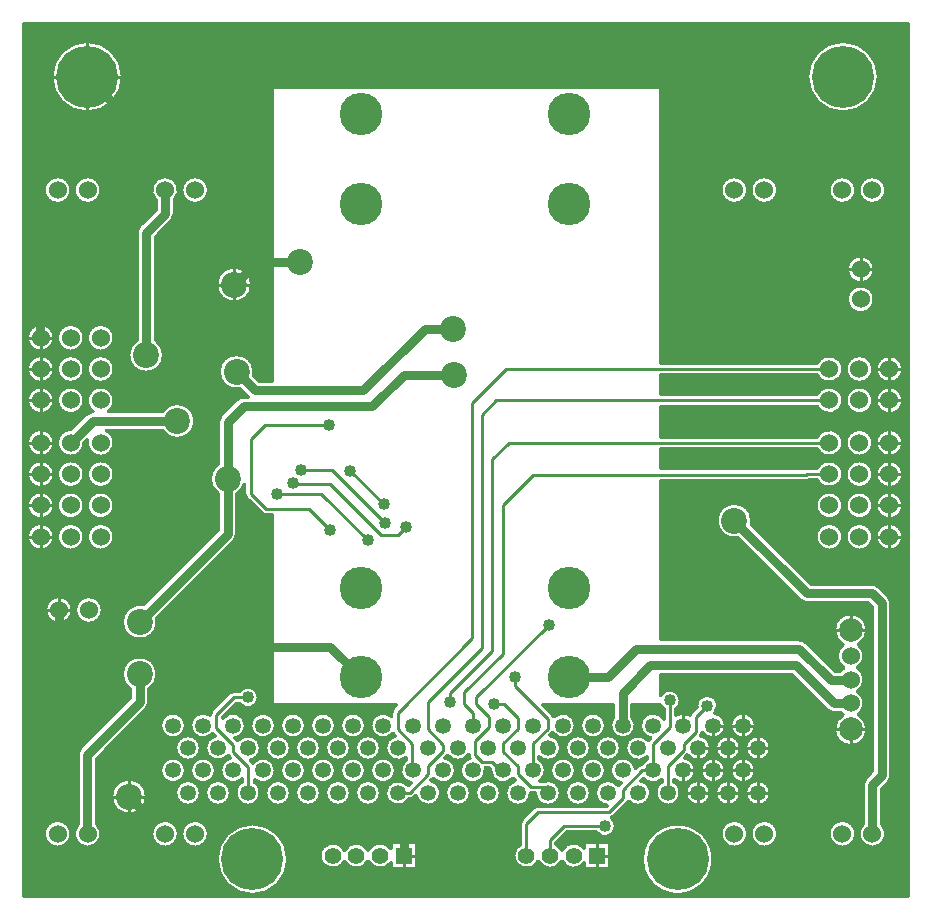
<source format=gbl>
G04 DesignSpark PCB Gerber Version 12.0 Build 5942*
%FSLAX35Y35*%
%MOMM*%
%ADD20O,1.30000X2.00000*%
%ADD21R,1.40000X1.42000*%
%ADD13C,0.25400*%
%ADD12C,0.30480*%
%ADD14C,0.80000*%
%ADD71C,1.01600*%
%ADD24C,1.35000*%
%ADD22C,1.40000*%
%ADD23C,1.52400*%
%ADD73C,2.00000*%
%ADD17C,2.20000*%
%ADD72C,3.60000*%
%ADD29C,5.25000*%
X0Y0D02*
D02*
D12*
X631120Y2925240D02*
Y1306120D01*
X6365240D01*
Y1392440D01*
G75*
G02*
X5862100Y1620240I-200000J227800D01*
G01*
G75*
G02*
X6365240Y1848040I303140J0D01*
G01*
Y2077250D01*
G75*
G02*
X6229250Y2181740I-27850J104490D01*
G01*
G75*
G02*
X6365240Y2286230I108130J0D01*
G01*
Y2328570D01*
G75*
G02*
Y2414910I99150J43170D01*
G01*
Y2457250D01*
G75*
G02*
X6248600Y2500010I-27850J104490D01*
G01*
X6227160Y2478570D01*
G75*
G02*
X6210390Y2263600I-16770J-106830D01*
G01*
G75*
G02*
X6136740Y2292560I0J108140D01*
G01*
Y2275800D01*
G75*
G02*
X6083390Y2073600I-53350J-94060D01*
G01*
G75*
G02*
X6030040Y2275800I0J108140D01*
G01*
Y2292560D01*
G75*
G02*
X5873150Y2302710I-73650J79180D01*
G01*
X5856790Y2286350D01*
G75*
G02*
X5829390Y2073600I-27400J-104610D01*
G01*
G75*
G02*
X5748870Y2109550I0J108140D01*
G01*
G75*
G02*
X5742960Y2102520I-43620J30670D01*
G01*
X5622960Y1982520D01*
G75*
G02*
X5607320Y1971680I-37720J37710D01*
G01*
G75*
G02*
X5641680Y1900240I-57080J-71440D01*
G01*
G75*
G02*
X5475940Y1846940I-91440J0D01*
G01*
X5227380D01*
X5138540Y1758100D01*
Y1747200D01*
G75*
G02*
X5185240Y1697580I-53310J-96960D01*
G01*
G75*
G02*
X5374640Y1715420I100000J-47340D01*
G01*
Y1761840D01*
X5595840D01*
Y1538640D01*
X5374640D01*
Y1585060D01*
G75*
G02*
X5185240Y1602900I-89400J65180D01*
G01*
G75*
G02*
X4985240I-100000J47340D01*
G01*
G75*
G02*
X4774600Y1650240I-100000J47340D01*
G01*
G75*
G02*
X4831940Y1747200I110640J0D01*
G01*
Y1918070D01*
G75*
G02*
X4831900Y1920240I53310J2070D01*
G01*
G75*
G02*
X4847520Y1957960I53340J0D01*
G01*
X4947520Y2057960D01*
G75*
G02*
X4987410Y2073540I37720J-37720D01*
G01*
X5563100D01*
X5563780Y2074220D01*
G75*
G02*
X5575390Y2289880I11610J107520D01*
G01*
G75*
G02*
X5663870Y2243920I10J-108140D01*
G01*
G75*
G02*
X5667520Y2247960I41330J-33670D01*
G01*
X5684630Y2265070D01*
G75*
G02*
X5702390Y2479880I17760J106670D01*
G01*
G75*
G02*
X5809060Y2389500I0J-108140D01*
G01*
X5829020Y2409460D01*
G75*
G02*
X5862210Y2424890I37720J-37720D01*
G01*
G75*
G02*
X5903040Y2465800I94170J-53160D01*
G01*
Y2482560D01*
G75*
G02*
X5721250Y2561740I-73650J79180D01*
G01*
G75*
G02*
X5916100Y2626360I108140J0D01*
G01*
G75*
G02*
X5919230Y2629670I40300J-34970D01*
G01*
X5935250Y2645690D01*
G75*
G02*
X5956390Y2859880I21140J106050D01*
G01*
G75*
G02*
X6046940Y2810860I0J-108140D01*
G01*
Y2890940D01*
G75*
G02*
X6018010Y2925240I53300J74300D01*
G01*
X5780840D01*
Y2826170D01*
G75*
G02*
X5702390Y2643600I-78450J-74430D01*
G01*
G75*
G02*
X5619640Y2821360I0J108140D01*
G01*
Y2925240D01*
X5025680D01*
X5102960Y2847960D01*
G75*
G02*
X5116100Y2826340I-37710J-37720D01*
G01*
G75*
G02*
X5302530Y2751740I78290J-74600D01*
G01*
G75*
G02*
X5105470Y2690200I-108140J-10D01*
G01*
G75*
G02*
X5102960Y2687520I-40160J35100D01*
G01*
X5084030Y2668590D01*
G75*
G02*
X5067390Y2453600I-16640J-106850D01*
G01*
G75*
G02*
X4993740Y2482560I0J108140D01*
G01*
Y2465800D01*
G75*
G02*
X5002960Y2283540I-53350J-94060D01*
G01*
X5016720D01*
G75*
G02*
X5028620Y2282690I2170J-53320D01*
G01*
G75*
G02*
X5175530Y2181740I38770J-100950D01*
G01*
G75*
G02*
X4959360Y2176940I-108140J0D01*
G01*
X4922410D01*
G75*
G02*
X4921420Y2176910I-2120J53450D01*
G01*
G75*
G02*
X4705250Y2181740I-108030J4830D01*
G01*
G75*
G02*
X4788150Y2286890I108140J0D01*
G01*
X4772520Y2302520D01*
G75*
G02*
X4770880Y2304240I37740J37630D01*
G01*
G75*
G02*
X4578250Y2371740I-84490J67500D01*
G01*
G75*
G02*
X4578680Y2381360I108110J-10D01*
G01*
X4568100Y2391940D01*
X4538630D01*
G75*
G02*
X4432390Y2263600I-106240J-20200D01*
G01*
G75*
G02*
X4405340Y2476440I0J108140D01*
G01*
G75*
G02*
X4396910Y2504130I44900J28800D01*
G01*
G75*
G02*
X4218200Y2497770I-91520J57620D01*
G01*
G75*
G02*
X4217960Y2497520I-38630J36840D01*
G01*
X4198440Y2478000D01*
G75*
G02*
X4178390Y2263600I-20050J-106260D01*
G01*
G75*
G02*
X4094230Y2303830I0J108140D01*
G01*
G75*
G02*
X4092960Y2302520I-38870J36410D01*
G01*
X4077200Y2286760D01*
G75*
G02*
X4051390Y2073600I-25810J-105020D01*
G01*
G75*
G02*
X3946370Y2155930I0J108140D01*
G01*
X3932960Y2142520D01*
G75*
G02*
X3893070Y2126940I-37720J37720D01*
G01*
X3890620D01*
G75*
G02*
X3689250Y2181740I-93230J54800D01*
G01*
G75*
G02*
X3884870Y2245310I108140J0D01*
G01*
X3904930Y2265370D01*
G75*
G02*
X3866040Y2462790I19460J106370D01*
G01*
Y2478190D01*
G75*
G02*
X3689250Y2561740I-68650J83550D01*
G01*
G75*
G02*
X3772960Y2667080I108140J0D01*
G01*
X3757520Y2682520D01*
G75*
G02*
X3755340Y2684830I37730J37790D01*
G01*
G75*
G02*
X3562250Y2751740I-84950J66910D01*
G01*
G75*
G02*
X3741940Y2832830I108140J0D01*
G01*
Y2858070D01*
G75*
G02*
X3741900Y2860240I53310J2070D01*
G01*
G75*
G02*
X3757520Y2897960I53340J0D01*
G01*
X3784800Y2925240D01*
X2591700D01*
G75*
G02*
X2463080I-64310J64990D01*
G01*
X2415680D01*
X2313540Y2823100D01*
Y2816170D01*
G75*
G02*
X2508530Y2751740I86850J-64430D01*
G01*
G75*
G02*
X2420440Y2645480I-108140J10D01*
G01*
X2437960Y2627960D01*
G75*
G02*
X2440150Y2625640I-37680J-37760D01*
G01*
G75*
G02*
X2635530Y2561740I87240J-63900D01*
G01*
G75*
G02*
X2549940Y2455980I-108140J0D01*
G01*
X2567960Y2437960D01*
G75*
G02*
X2568490Y2437430I-37460J-37990D01*
G01*
G75*
G02*
X2762530Y2371740I85900J-65690D01*
G01*
G75*
G02*
X2583540Y2290040I-108140J0D01*
G01*
Y2274160D01*
G75*
G02*
X2527390Y2073600I-56150J-92420D01*
G01*
G75*
G02*
X2476940Y2277390I0J108140D01*
G01*
Y2295360D01*
G75*
G02*
X2292250Y2371740I-76550J76380D01*
G01*
G75*
G02*
X2377590Y2477450I108140J0D01*
G01*
X2362520Y2492520D01*
G75*
G02*
X2359290Y2496050I37720J37750D01*
G01*
G75*
G02*
X2165250Y2561740I-85900J65690D01*
G01*
G75*
G02*
X2248150Y2666890I108140J0D01*
G01*
X2230840Y2684200D01*
G75*
G02*
X2038250Y2751740I-84450J67540D01*
G01*
G75*
G02*
X2206940Y2841340I108140J0D01*
G01*
Y2843070D01*
G75*
G02*
X2206900Y2845240I53310J2070D01*
G01*
G75*
G02*
X2222520Y2882960I53340J0D01*
G01*
X2264800Y2925240D01*
X1686910D01*
G75*
G02*
X1667260Y2893220I-76670J25010D01*
G01*
X1245840Y2471800D01*
Y1923470D01*
G75*
G02*
X1169240Y1718400I-76600J-88230D01*
G01*
G75*
G02*
X1084640Y1915830I0J116840D01*
G01*
Y2502750D01*
G75*
G02*
X1084600Y2505240I80580J2540D01*
G01*
G75*
G02*
X1108220Y2562260I80640J0D01*
G01*
X1471200Y2925240D01*
X631120D01*
X5448390Y2859880D02*
G75*
G02*
X5556530Y2751740I0J-108140D01*
G01*
G75*
G02*
X5448390Y2643600I-108140J0D01*
G01*
G75*
G02*
X5340250Y2751740I0J108140D01*
G01*
G75*
G02*
X5448390Y2859880I108140J0D01*
G01*
X5575390Y2669880D02*
G75*
G02*
X5683530Y2561740I0J-108140D01*
G01*
G75*
G02*
X5575390Y2453600I-108140J0D01*
G01*
G75*
G02*
X5467250Y2561740I0J108140D01*
G01*
G75*
G02*
X5575390Y2669880I108140J0D01*
G01*
X5321390D02*
G75*
G02*
X5429530Y2561740I0J-108140D01*
G01*
G75*
G02*
X5321390Y2453600I-108140J0D01*
G01*
G75*
G02*
X5213250Y2561740I0J108140D01*
G01*
G75*
G02*
X5321390Y2669880I108140J0D01*
G01*
X5448390Y2479880D02*
G75*
G02*
X5556530Y2371740I0J-108140D01*
G01*
G75*
G02*
X5448390Y2263600I-108140J0D01*
G01*
G75*
G02*
X5340250Y2371740I0J108140D01*
G01*
G75*
G02*
X5448390Y2479880I108140J0D01*
G01*
X5194390D02*
G75*
G02*
X5302530Y2371740I0J-108140D01*
G01*
G75*
G02*
X5194390Y2263600I-108140J0D01*
G01*
G75*
G02*
X5086250Y2371740I0J108140D01*
G01*
G75*
G02*
X5194390Y2479880I108140J0D01*
G01*
X5321390Y2289880D02*
G75*
G02*
X5429530Y2181740I0J-108140D01*
G01*
G75*
G02*
X5321390Y2073600I-108140J0D01*
G01*
G75*
G02*
X5213250Y2181740I0J108140D01*
G01*
G75*
G02*
X5321390Y2289880I108140J0D01*
G01*
X4559390D02*
G75*
G02*
X4667530Y2181740I0J-108140D01*
G01*
G75*
G02*
X4559390Y2073600I-108140J0D01*
G01*
G75*
G02*
X4451250Y2181740I0J108140D01*
G01*
G75*
G02*
X4559390Y2289880I108140J0D01*
G01*
X4305390D02*
G75*
G02*
X4413530Y2181740I0J-108140D01*
G01*
G75*
G02*
X4305390Y2073600I-108140J0D01*
G01*
G75*
G02*
X4197250Y2181740I0J108140D01*
G01*
G75*
G02*
X4305390Y2289880I108140J0D01*
G01*
X2908390Y2859880D02*
G75*
G02*
X3016530Y2751740I0J-108140D01*
G01*
G75*
G02*
X2908390Y2643600I-108140J0D01*
G01*
G75*
G02*
X2800250Y2751740I0J108140D01*
G01*
G75*
G02*
X2908390Y2859880I108140J0D01*
G01*
X3035390Y2669880D02*
G75*
G02*
X3143530Y2561740I0J-108140D01*
G01*
G75*
G02*
X3035390Y2453600I-108140J0D01*
G01*
G75*
G02*
X2927250Y2561740I0J108140D01*
G01*
G75*
G02*
X3035390Y2669880I108140J0D01*
G01*
X3162390Y2479880D02*
G75*
G02*
X3270530Y2371740I0J-108140D01*
G01*
G75*
G02*
X3162390Y2263600I-108140J0D01*
G01*
G75*
G02*
X3054250Y2371740I0J108140D01*
G01*
G75*
G02*
X3162390Y2479880I108140J0D01*
G01*
X3289390Y2289880D02*
G75*
G02*
X3397530Y2181740I0J-108140D01*
G01*
G75*
G02*
X3289390Y2073600I-108140J0D01*
G01*
G75*
G02*
X3181250Y2181740I0J108140D01*
G01*
G75*
G02*
X3289390Y2289880I108140J0D01*
G01*
X3162390Y2859880D02*
G75*
G02*
X3270530Y2751740I0J-108140D01*
G01*
G75*
G02*
X3162390Y2643600I-108140J0D01*
G01*
G75*
G02*
X3054250Y2751740I0J108140D01*
G01*
G75*
G02*
X3162390Y2859880I108140J0D01*
G01*
X3289390Y2669880D02*
G75*
G02*
X3397530Y2561740I0J-108140D01*
G01*
G75*
G02*
X3289390Y2453600I-108140J0D01*
G01*
G75*
G02*
X3181250Y2561740I0J108140D01*
G01*
G75*
G02*
X3289390Y2669880I108140J0D01*
G01*
X3416390Y2479880D02*
G75*
G02*
X3524530Y2371740I0J-108140D01*
G01*
G75*
G02*
X3416390Y2263600I-108140J0D01*
G01*
G75*
G02*
X3308250Y2371740I0J108140D01*
G01*
G75*
G02*
X3416390Y2479880I108140J0D01*
G01*
X3543390Y2289880D02*
G75*
G02*
X3651530Y2181740I0J-108140D01*
G01*
G75*
G02*
X3543390Y2073600I-108140J0D01*
G01*
G75*
G02*
X3435250Y2181740I0J108140D01*
G01*
G75*
G02*
X3543390Y2289880I108140J0D01*
G01*
X3416390Y2859880D02*
G75*
G02*
X3524530Y2751740I0J-108140D01*
G01*
G75*
G02*
X3416390Y2643600I-108140J0D01*
G01*
G75*
G02*
X3308250Y2751740I0J108140D01*
G01*
G75*
G02*
X3416390Y2859880I108140J0D01*
G01*
X3543390Y2669880D02*
G75*
G02*
X3651530Y2561740I0J-108140D01*
G01*
G75*
G02*
X3543390Y2453600I-108140J0D01*
G01*
G75*
G02*
X3435250Y2561740I0J108140D01*
G01*
G75*
G02*
X3543390Y2669880I108140J0D01*
G01*
X3670390Y2479880D02*
G75*
G02*
X3778530Y2371740I0J-108140D01*
G01*
G75*
G02*
X3670390Y2263600I-108140J0D01*
G01*
G75*
G02*
X3562250Y2371740I0J108140D01*
G01*
G75*
G02*
X3670390Y2479880I108140J0D01*
G01*
X2654390Y2859880D02*
G75*
G02*
X2762530Y2751740I0J-108140D01*
G01*
G75*
G02*
X2654390Y2643600I-108140J0D01*
G01*
G75*
G02*
X2546250Y2751740I0J108140D01*
G01*
G75*
G02*
X2654390Y2859880I108140J0D01*
G01*
X2781390Y2669880D02*
G75*
G02*
X2889530Y2561740I0J-108140D01*
G01*
G75*
G02*
X2781390Y2453600I-108140J0D01*
G01*
G75*
G02*
X2673250Y2561740I0J108140D01*
G01*
G75*
G02*
X2781390Y2669880I108140J0D01*
G01*
X2908390Y2479880D02*
G75*
G02*
X3016530Y2371740I0J-108140D01*
G01*
G75*
G02*
X2908390Y2263600I-108140J0D01*
G01*
G75*
G02*
X2800250Y2371740I0J108140D01*
G01*
G75*
G02*
X2908390Y2479880I108140J0D01*
G01*
X3035390Y2289880D02*
G75*
G02*
X3143530Y2181740I0J-108140D01*
G01*
G75*
G02*
X3035390Y2073600I-108140J0D01*
G01*
G75*
G02*
X2927250Y2181740I0J108140D01*
G01*
G75*
G02*
X3035390Y2289880I108140J0D01*
G01*
X3134600Y1650240D02*
G75*
G02*
X3345240Y1697580I110640J0D01*
G01*
G75*
G02*
X3545240I100000J-47340D01*
G01*
G75*
G02*
X3734640Y1715420I100000J-47340D01*
G01*
Y1761840D01*
X3955840D01*
Y1538640D01*
X3734640D01*
Y1585060D01*
G75*
G02*
X3545240Y1602900I-89400J65180D01*
G01*
G75*
G02*
X3345240I-100000J47340D01*
G01*
G75*
G02*
X3134600Y1650240I-100000J47340D01*
G01*
X2781390Y2289880D02*
G75*
G02*
X2889530Y2181740I0J-108140D01*
G01*
G75*
G02*
X2781390Y2073600I-108140J0D01*
G01*
G75*
G02*
X2673250Y2181740I0J108140D01*
G01*
G75*
G02*
X2781390Y2289880I108140J0D01*
G01*
X1825240Y1952080D02*
G75*
G02*
X1942080Y1835240I0J-116840D01*
G01*
G75*
G02*
X1825240Y1718400I-116840J0D01*
G01*
G75*
G02*
X1708400Y1835240I0J116840D01*
G01*
G75*
G02*
X1825240Y1952080I116840J0D01*
G01*
X1892390Y2479880D02*
G75*
G02*
X2000530Y2371740I0J-108140D01*
G01*
G75*
G02*
X1892390Y2263600I-108140J0D01*
G01*
G75*
G02*
X1784250Y2371740I0J108140D01*
G01*
G75*
G02*
X1892390Y2479880I108140J0D01*
G01*
X2019390Y2289880D02*
G75*
G02*
X2127530Y2181740I0J-108140D01*
G01*
G75*
G02*
X2019390Y2073600I-108140J0D01*
G01*
G75*
G02*
X1911250Y2181740I0J108140D01*
G01*
G75*
G02*
X2019390Y2289880I108140J0D01*
G01*
X2079240Y1952080D02*
G75*
G02*
X2196080Y1835240I0J-116840D01*
G01*
G75*
G02*
X2079240Y1718400I-116840J0D01*
G01*
G75*
G02*
X1962400Y1835240I0J116840D01*
G01*
G75*
G02*
X2079240Y1952080I116840J0D01*
G01*
X1892390Y2859880D02*
G75*
G02*
X2000530Y2751740I0J-108140D01*
G01*
G75*
G02*
X1892390Y2643600I-108140J0D01*
G01*
G75*
G02*
X1784250Y2751740I0J108140D01*
G01*
G75*
G02*
X1892390Y2859880I108140J0D01*
G01*
X2019390Y2669880D02*
G75*
G02*
X2127530Y2561740I0J-108140D01*
G01*
G75*
G02*
X2019390Y2453600I-108140J0D01*
G01*
G75*
G02*
X1911250Y2561740I0J108140D01*
G01*
G75*
G02*
X2019390Y2669880I108140J0D01*
G01*
X2146390Y2479880D02*
G75*
G02*
X2254530Y2371740I0J-108140D01*
G01*
G75*
G02*
X2146390Y2263600I-108140J0D01*
G01*
G75*
G02*
X2038250Y2371740I0J108140D01*
G01*
G75*
G02*
X2146390Y2479880I108140J0D01*
G01*
X2273390Y2289880D02*
G75*
G02*
X2381530Y2181740I0J-108140D01*
G01*
G75*
G02*
X2273390Y2073600I-108140J0D01*
G01*
G75*
G02*
X2165250Y2181740I0J108140D01*
G01*
G75*
G02*
X2273390Y2289880I108140J0D01*
G01*
X2565240Y1923380D02*
G75*
G02*
X2868380Y1620240I0J-303140D01*
G01*
G75*
G02*
X2565240Y1317100I-303140J0D01*
G01*
G75*
G02*
X2262100Y1620240I0J303140D01*
G01*
G75*
G02*
X2565240Y1923380I303140J0D01*
G01*
X1369600Y2150240D02*
G75*
G02*
X1670880I150640J0D01*
G01*
G75*
G02*
X1369600I-150640J0D01*
G01*
X915240Y1952080D02*
G75*
G02*
X1032080Y1835240I0J-116840D01*
G01*
G75*
G02*
X915240Y1718400I-116840J0D01*
G01*
G75*
G02*
X798400Y1835240I0J116840D01*
G01*
G75*
G02*
X915240Y1952080I116840J0D01*
G01*
X646360Y1650240D02*
G36*
X646360Y1650240D02*
Y1321360D01*
X2514610D01*
G75*
G02*
X2262100Y1620240I50640J298890D01*
G01*
G75*
G02*
X2263590Y1650240I303170J-20D01*
G01*
X646360D01*
G37*
X2868380Y1620240D02*
G36*
X2868380Y1620240D02*
G75*
G02*
X2615870Y1321360I-303150J10D01*
G01*
X6114620D01*
G75*
G02*
X5862100Y1620240I50620J298890D01*
G01*
G75*
G02*
X5863590Y1650240I303170J-20D01*
G01*
X5595840D01*
Y1538640D01*
X5374640D01*
Y1585060D01*
G75*
G02*
X5185240Y1602900I-89400J65180D01*
G01*
G75*
G02*
X4985240I-100000J47340D01*
G01*
G75*
G02*
X4774600Y1650240I-100000J47340D01*
G01*
X3955840D01*
Y1538640D01*
X3734640D01*
Y1585060D01*
G75*
G02*
X3545240Y1602900I-89400J65180D01*
G01*
G75*
G02*
X3345240I-100000J47340D01*
G01*
G75*
G02*
X3134600Y1650240I-100000J47340D01*
G01*
X2866890D01*
G75*
G02*
X2868380Y1620240I-301680J-30020D01*
G01*
G37*
X6215860Y1321360D02*
G36*
X6215860Y1321360D02*
X6350000D01*
Y1379910D01*
G75*
G02*
X6215860Y1321360I-184750J240340D01*
G01*
G37*
X646360Y1835240D02*
G36*
X646360Y1835240D02*
Y1650240D01*
X2263590D01*
G75*
G02*
X2351540Y1835240I301660J-30000D01*
G01*
X2196080D01*
G75*
G02*
Y1835230I-286480J0D01*
G01*
G75*
G02*
X2079240Y1718400I-116840J0D01*
G01*
G75*
G02*
X1962400Y1835230I0J116830D01*
G01*
G75*
G02*
Y1835240I286480J10D01*
G01*
X1942080D01*
G75*
G02*
Y1835230I-286480J0D01*
G01*
G75*
G02*
X1825240Y1718400I-116840J0D01*
G01*
G75*
G02*
X1708400Y1835230I0J116830D01*
G01*
G75*
G02*
Y1835240I286480J10D01*
G01*
X1286080D01*
G75*
G02*
X1169240Y1718400I-116840J0D01*
G01*
G75*
G02*
X1052400Y1835240I0J116840D01*
G01*
X1032080D01*
G75*
G02*
Y1835230I-286480J0D01*
G01*
G75*
G02*
X915240Y1718400I-116840J0D01*
G01*
G75*
G02*
X798400Y1835230I0J116830D01*
G01*
G75*
G02*
Y1835240I286480J10D01*
G01*
X646360D01*
G37*
X2778940D02*
G36*
X2778940Y1835240D02*
G75*
G02*
X2866890Y1650240I-213710J-215000D01*
G01*
X3134600D01*
G75*
G02*
X3345240Y1697580I110640J0D01*
G01*
G75*
G02*
X3545240I100000J-47340D01*
G01*
G75*
G02*
X3734640Y1715420I100000J-47340D01*
G01*
Y1761840D01*
X3955840D01*
Y1650240D01*
X4774600D01*
G75*
G02*
X4831940Y1747200I110670J-10D01*
G01*
Y1835240D01*
X2778940D01*
G37*
X5138540Y1758100D02*
G36*
X5138540Y1758100D02*
Y1747200D01*
G75*
G02*
X5185240Y1697580I-53310J-96950D01*
G01*
G75*
G02*
X5374640Y1715420I100000J-47340D01*
G01*
Y1761840D01*
X5595840D01*
Y1650240D01*
X5863590D01*
G75*
G02*
X5951540Y1835240I301650J-30000D01*
G01*
X5614550D01*
G75*
G02*
X5485930I-64310J65000D01*
G01*
X5215680D01*
X5138540Y1758100D01*
G37*
X646360Y2181740D02*
G36*
X646360Y2181740D02*
Y1835240D01*
X798400D01*
G75*
G02*
Y1835250I286480J10D01*
G01*
G75*
G02*
X915240Y1952080I116840J0D01*
G01*
G75*
G02*
X1032080Y1835250I0J-116830D01*
G01*
G75*
G02*
Y1835240I-286480J0D01*
G01*
X1052400D01*
G75*
G02*
X1084640Y1915830I116840J0D01*
G01*
Y2181740D01*
X646360D01*
G37*
X1245840D02*
G36*
X1245840Y2181740D02*
Y1923470D01*
G75*
G02*
X1286080Y1835240I-76610J-88230D01*
G01*
X1708400D01*
G75*
G02*
Y1835250I286480J10D01*
G01*
G75*
G02*
X1825240Y1952080I116840J0D01*
G01*
G75*
G02*
X1942080Y1835250I0J-116830D01*
G01*
G75*
G02*
Y1835240I-286480J0D01*
G01*
X1962400D01*
G75*
G02*
Y1835250I286480J10D01*
G01*
G75*
G02*
X2079240Y1952080I116840J0D01*
G01*
G75*
G02*
X2196080Y1835250I0J-116830D01*
G01*
G75*
G02*
Y1835240I-286480J0D01*
G01*
X2351540D01*
G75*
G02*
X2565240Y1923380I213710J-215010D01*
G01*
G75*
G02*
X2778940Y1835240I-10J-303150D01*
G01*
X4831940D01*
Y1918070D01*
G75*
G02*
X4831900Y1920230I58320J2160D01*
G01*
G75*
G02*
Y1920240I63660J10D01*
G01*
G75*
G02*
X4847520Y1957960I53380J-10D01*
G01*
X4947520Y2057960D01*
G75*
G02*
X4987410Y2073540I37710J-37690D01*
G01*
X5563100D01*
X5563780Y2074220D01*
G75*
G02*
X5467240Y2181740I11610J107520D01*
G01*
X5429530D01*
G75*
G02*
Y2181730I-95490J0D01*
G01*
G75*
G02*
X5321390Y2073600I-108140J0D01*
G01*
G75*
G02*
X5213250Y2181730I0J108130D01*
G01*
G75*
G02*
Y2181740I95490J10D01*
G01*
X5175530D01*
G75*
G02*
X4959360Y2176940I-108140J0D01*
G01*
X4922410D01*
G75*
G02*
X4921420Y2176910I-1220J23780D01*
G01*
G75*
G02*
X4705250Y2181740I-108030J4830D01*
G01*
X4667530D01*
G75*
G02*
Y2181730I-95490J0D01*
G01*
G75*
G02*
X4559390Y2073600I-108140J0D01*
G01*
G75*
G02*
X4451250Y2181730I0J108130D01*
G01*
G75*
G02*
Y2181740I95490J10D01*
G01*
X4413530D01*
G75*
G02*
Y2181730I-95490J0D01*
G01*
G75*
G02*
X4305390Y2073600I-108140J0D01*
G01*
G75*
G02*
X4197250Y2181730I0J108130D01*
G01*
G75*
G02*
Y2181740I95490J10D01*
G01*
X4159530D01*
G75*
G02*
X4051390Y2073600I-108140J0D01*
G01*
G75*
G02*
X3946370Y2155930I-10J108130D01*
G01*
X3932960Y2142520D01*
G75*
G02*
X3893070Y2126940I-37710J37690D01*
G01*
X3890620D01*
G75*
G02*
X3689250Y2181730I-93230J54790D01*
G01*
G75*
G02*
Y2181740I190990J10D01*
G01*
X3651530D01*
G75*
G02*
Y2181730I-95490J0D01*
G01*
G75*
G02*
X3543390Y2073600I-108140J0D01*
G01*
G75*
G02*
X3435250Y2181730I0J108130D01*
G01*
G75*
G02*
Y2181740I95490J10D01*
G01*
X3397530D01*
G75*
G02*
Y2181730I-95490J0D01*
G01*
G75*
G02*
X3289390Y2073600I-108140J0D01*
G01*
G75*
G02*
X3181250Y2181730I0J108130D01*
G01*
G75*
G02*
Y2181740I95490J10D01*
G01*
X3143530D01*
G75*
G02*
Y2181730I-95490J0D01*
G01*
G75*
G02*
X3035390Y2073600I-108140J0D01*
G01*
G75*
G02*
X2927250Y2181730I0J108130D01*
G01*
G75*
G02*
Y2181740I95490J10D01*
G01*
X2889530D01*
G75*
G02*
Y2181730I-95490J0D01*
G01*
G75*
G02*
X2781390Y2073600I-108140J0D01*
G01*
G75*
G02*
X2673250Y2181730I0J108130D01*
G01*
G75*
G02*
Y2181740I95490J10D01*
G01*
X2635530D01*
G75*
G02*
X2527390Y2073600I-108140J0D01*
G01*
G75*
G02*
X2419250Y2181740I0J108140D01*
G01*
X2381530D01*
G75*
G02*
Y2181730I-95490J0D01*
G01*
G75*
G02*
X2273390Y2073600I-108140J0D01*
G01*
G75*
G02*
X2165250Y2181730I0J108130D01*
G01*
G75*
G02*
Y2181740I95490J10D01*
G01*
X2127530D01*
G75*
G02*
Y2181730I-95490J0D01*
G01*
G75*
G02*
X2019390Y2073600I-108140J0D01*
G01*
G75*
G02*
X1911250Y2181730I0J108130D01*
G01*
G75*
G02*
Y2181740I95490J10D01*
G01*
X1667550D01*
G75*
G02*
X1670880Y2150240I-147310J-31500D01*
G01*
G75*
G02*
X1369600I-150640J0D01*
G01*
G75*
G02*
X1372930Y2181740I150640J0D01*
G01*
X1245840D01*
G37*
X5227380Y1846940D02*
G36*
X5227380Y1846940D02*
X5215680Y1835240D01*
X5485930D01*
G75*
G02*
X5475940Y1846940I64320J65030D01*
G01*
X5227380D01*
G37*
X5622960Y1982520D02*
G36*
X5622960Y1982520D02*
G75*
G02*
X5607320Y1971680I-37750J37770D01*
G01*
G75*
G02*
X5641680Y1900240I-57110J-71450D01*
G01*
G75*
G02*
X5614550Y1835240I-91440J10D01*
G01*
X5951540D01*
G75*
G02*
X6350000Y1860570I213700J-215010D01*
G01*
Y2074340D01*
G75*
G02*
X6229250Y2181740I-12610J107400D01*
G01*
X6191530D01*
G75*
G02*
X6083390Y2073600I-108140J0D01*
G01*
G75*
G02*
X5975250Y2181740I0J108140D01*
G01*
X5937530D01*
G75*
G02*
X5829390Y2073600I-108140J0D01*
G01*
G75*
G02*
X5748870Y2109550I-20J108100D01*
G01*
G75*
G02*
X5742960Y2102520I-43420J30500D01*
G01*
X5622960Y1982520D01*
G37*
X646360Y2371740D02*
G36*
X646360Y2371740D02*
Y2181740D01*
X1084640D01*
Y2371740D01*
X646360D01*
G37*
X1245840D02*
G36*
X1245840Y2371740D02*
Y2181740D01*
X1372930D01*
G75*
G02*
X1667550I147310J-31500D01*
G01*
X1911250D01*
G75*
G02*
Y2181750I95490J10D01*
G01*
G75*
G02*
X2019390Y2289880I108140J0D01*
G01*
G75*
G02*
X2127530Y2181750I0J-108130D01*
G01*
G75*
G02*
Y2181740I-95490J0D01*
G01*
X2165250D01*
G75*
G02*
Y2181750I95490J10D01*
G01*
G75*
G02*
X2273390Y2289880I108140J0D01*
G01*
G75*
G02*
X2381530Y2181750I0J-108130D01*
G01*
G75*
G02*
Y2181740I-95490J0D01*
G01*
X2419250D01*
G75*
G02*
X2476940Y2277390I108140J0D01*
G01*
Y2295360D01*
G75*
G02*
X2292250Y2371740I-76550J76380D01*
G01*
X2254530D01*
G75*
G02*
Y2371730I-95490J0D01*
G01*
G75*
G02*
X2146390Y2263600I-108140J0D01*
G01*
G75*
G02*
X2038250Y2371730I0J108130D01*
G01*
G75*
G02*
Y2371740I95490J10D01*
G01*
X2000530D01*
G75*
G02*
Y2371730I-95490J0D01*
G01*
G75*
G02*
X1892390Y2263600I-108140J0D01*
G01*
G75*
G02*
X1784250Y2371730I0J108130D01*
G01*
G75*
G02*
Y2371740I95490J10D01*
G01*
X1245840D01*
G37*
X2583540Y2290040D02*
G36*
X2583540Y2290040D02*
Y2274160D01*
G75*
G02*
X2635530Y2181740I-56150J-92420D01*
G01*
X2673250D01*
G75*
G02*
Y2181750I95490J10D01*
G01*
G75*
G02*
X2781390Y2289880I108140J0D01*
G01*
G75*
G02*
X2889530Y2181750I0J-108130D01*
G01*
G75*
G02*
Y2181740I-95490J0D01*
G01*
X2927250D01*
G75*
G02*
Y2181750I95490J10D01*
G01*
G75*
G02*
X3035390Y2289880I108140J0D01*
G01*
G75*
G02*
X3143530Y2181750I0J-108130D01*
G01*
G75*
G02*
Y2181740I-95490J0D01*
G01*
X3181250D01*
G75*
G02*
Y2181750I95490J10D01*
G01*
G75*
G02*
X3289390Y2289880I108140J0D01*
G01*
G75*
G02*
X3397530Y2181750I0J-108130D01*
G01*
G75*
G02*
Y2181740I-95490J0D01*
G01*
X3435250D01*
G75*
G02*
Y2181750I95490J10D01*
G01*
G75*
G02*
X3543390Y2289880I108140J0D01*
G01*
G75*
G02*
X3651530Y2181750I0J-108130D01*
G01*
G75*
G02*
Y2181740I-95490J0D01*
G01*
X3689250D01*
G75*
G02*
X3884870Y2245310I108140J-10D01*
G01*
X3904930Y2265370D01*
G75*
G02*
X3816250Y2371740I19460J106370D01*
G01*
X3778530D01*
G75*
G02*
Y2371730I-95490J0D01*
G01*
G75*
G02*
X3670390Y2263600I-108140J0D01*
G01*
G75*
G02*
X3562250Y2371730I0J108130D01*
G01*
G75*
G02*
Y2371740I95490J10D01*
G01*
X3524530D01*
G75*
G02*
Y2371730I-95490J0D01*
G01*
G75*
G02*
X3416390Y2263600I-108140J0D01*
G01*
G75*
G02*
X3308250Y2371730I0J108130D01*
G01*
G75*
G02*
Y2371740I95490J10D01*
G01*
X3270530D01*
G75*
G02*
Y2371730I-95490J0D01*
G01*
G75*
G02*
X3162390Y2263600I-108140J0D01*
G01*
G75*
G02*
X3054250Y2371730I0J108130D01*
G01*
G75*
G02*
Y2371740I95490J10D01*
G01*
X3016530D01*
G75*
G02*
Y2371730I-95490J0D01*
G01*
G75*
G02*
X2908390Y2263600I-108140J0D01*
G01*
G75*
G02*
X2800250Y2371730I0J108130D01*
G01*
G75*
G02*
Y2371740I95490J10D01*
G01*
X2762530D01*
G75*
G02*
X2583540Y2290040I-108140J0D01*
G01*
G37*
X4092960Y2302520D02*
G36*
X4092960Y2302520D02*
X4077200Y2286760D01*
G75*
G02*
X4159530Y2181740I-25810J-105020D01*
G01*
X4197250D01*
G75*
G02*
Y2181750I95490J10D01*
G01*
G75*
G02*
X4305390Y2289880I108140J0D01*
G01*
G75*
G02*
X4413530Y2181750I0J-108130D01*
G01*
G75*
G02*
Y2181740I-95490J0D01*
G01*
X4451250D01*
G75*
G02*
Y2181750I95490J10D01*
G01*
G75*
G02*
X4559390Y2289880I108140J0D01*
G01*
G75*
G02*
X4667530Y2181750I0J-108130D01*
G01*
G75*
G02*
Y2181740I-95490J0D01*
G01*
X4705250D01*
G75*
G02*
X4788150Y2286890I108140J-10D01*
G01*
X4772520Y2302520D01*
G75*
G02*
X4770880Y2304240I35320J35320D01*
G01*
G75*
G02*
X4578250Y2371740I-84490J67500D01*
G01*
X4540530D01*
G75*
G02*
X4432390Y2263600I-108140J0D01*
G01*
G75*
G02*
X4324250Y2371740I0J108140D01*
G01*
X4286530D01*
G75*
G02*
X4178390Y2263600I-108140J0D01*
G01*
G75*
G02*
X4094230Y2303830I-20J108110D01*
G01*
G75*
G02*
X4092960Y2302520I-42890J40310D01*
G01*
G37*
X5002960Y2283540D02*
G36*
X5002960Y2283540D02*
X5016720D01*
G75*
G02*
X5028620Y2282690I2180J-53140D01*
G01*
G75*
G02*
X5175530Y2181740I38770J-100950D01*
G01*
X5213250D01*
G75*
G02*
Y2181750I95490J10D01*
G01*
G75*
G02*
X5321390Y2289880I108140J0D01*
G01*
G75*
G02*
X5429530Y2181750I0J-108130D01*
G01*
G75*
G02*
Y2181740I-95490J0D01*
G01*
X5467240D01*
G75*
G02*
X5575390Y2289880I108150J0D01*
G01*
G75*
G02*
X5663870Y2243920I10J-108120D01*
G01*
G75*
G02*
X5667520Y2247960I38790J-31380D01*
G01*
X5684630Y2265070D01*
G75*
G02*
X5594250Y2371740I17760J106670D01*
G01*
X5556530D01*
G75*
G02*
Y2371730I-95490J0D01*
G01*
G75*
G02*
X5448390Y2263600I-108140J0D01*
G01*
G75*
G02*
X5340250Y2371730I0J108130D01*
G01*
G75*
G02*
Y2371740I95490J10D01*
G01*
X5302530D01*
G75*
G02*
Y2371730I-95490J0D01*
G01*
G75*
G02*
X5194390Y2263600I-108140J0D01*
G01*
G75*
G02*
X5086250Y2371730I0J108130D01*
G01*
G75*
G02*
Y2371740I95490J10D01*
G01*
X5048530D01*
G75*
G02*
X5002960Y2283540I-108140J0D01*
G01*
G37*
X5873150Y2302710D02*
G36*
X5873150Y2302710D02*
X5856790Y2286350D01*
G75*
G02*
X5937530Y2181740I-27400J-104610D01*
G01*
X5975250D01*
G75*
G02*
X6030040Y2275800I108140J0D01*
G01*
Y2292560D01*
G75*
G02*
X5873150Y2302710I-73650J79190D01*
G01*
G37*
X6136740Y2292560D02*
G36*
X6136740Y2292560D02*
Y2275800D01*
G75*
G02*
X6191530Y2181740I-53350J-94060D01*
G01*
X6229250D01*
G75*
G02*
X6350000Y2289140I108140J0D01*
G01*
Y2371740D01*
X6318530D01*
G75*
G02*
X6210390Y2263600I-108140J0D01*
G01*
G75*
G02*
X6136740Y2292560I0J108130D01*
G01*
G37*
X646360Y2561740D02*
G36*
X646360Y2561740D02*
Y2371740D01*
X1084640D01*
Y2502750D01*
G75*
G02*
X1084600Y2505230I76910J2480D01*
G01*
G75*
G02*
Y2505240I81850J10D01*
G01*
G75*
G02*
X1107700Y2561740I80650J0D01*
G01*
X646360D01*
G37*
X1245840Y2471800D02*
G36*
X1245840Y2471800D02*
Y2371740D01*
X1784250D01*
G75*
G02*
Y2371750I95490J10D01*
G01*
G75*
G02*
X1892390Y2479880I108140J0D01*
G01*
G75*
G02*
X2000530Y2371750I0J-108130D01*
G01*
G75*
G02*
Y2371740I-95490J0D01*
G01*
X2038250D01*
G75*
G02*
Y2371750I95490J10D01*
G01*
G75*
G02*
X2146390Y2479880I108140J0D01*
G01*
G75*
G02*
X2254530Y2371750I0J-108130D01*
G01*
G75*
G02*
Y2371740I-95490J0D01*
G01*
X2292250D01*
G75*
G02*
X2377590Y2477450I108150J0D01*
G01*
X2362520Y2492520D01*
G75*
G02*
X2359290Y2496050I41070J40820D01*
G01*
G75*
G02*
X2165250Y2561740I-85900J65690D01*
G01*
X2127530D01*
G75*
G02*
Y2561730I-95490J0D01*
G01*
G75*
G02*
X2019390Y2453600I-108140J0D01*
G01*
G75*
G02*
X1911250Y2561730I0J108130D01*
G01*
G75*
G02*
Y2561740I95490J10D01*
G01*
X1335780D01*
X1245840Y2471800D01*
G37*
X2549940Y2455980D02*
G36*
X2549940Y2455980D02*
X2567960Y2437960D01*
G75*
G02*
X2568490Y2437430I-6760J-7290D01*
G01*
G75*
G02*
X2762530Y2371740I85900J-65690D01*
G01*
X2800250D01*
G75*
G02*
Y2371750I95490J10D01*
G01*
G75*
G02*
X2908390Y2479880I108140J0D01*
G01*
G75*
G02*
X3016530Y2371750I0J-108130D01*
G01*
G75*
G02*
Y2371740I-95490J0D01*
G01*
X3054250D01*
G75*
G02*
Y2371750I95490J10D01*
G01*
G75*
G02*
X3162390Y2479880I108140J0D01*
G01*
G75*
G02*
X3270530Y2371750I0J-108130D01*
G01*
G75*
G02*
Y2371740I-95490J0D01*
G01*
X3308250D01*
G75*
G02*
Y2371750I95490J10D01*
G01*
G75*
G02*
X3416390Y2479880I108140J0D01*
G01*
G75*
G02*
X3524530Y2371750I0J-108130D01*
G01*
G75*
G02*
Y2371740I-95490J0D01*
G01*
X3562250D01*
G75*
G02*
Y2371750I95490J10D01*
G01*
G75*
G02*
X3670390Y2479880I108140J0D01*
G01*
G75*
G02*
X3778530Y2371750I0J-108130D01*
G01*
G75*
G02*
Y2371740I-95490J0D01*
G01*
X3816250D01*
G75*
G02*
X3866040Y2462790I108140J0D01*
G01*
Y2478190D01*
G75*
G02*
X3689250Y2561740I-68650J83550D01*
G01*
X3651530D01*
G75*
G02*
Y2561730I-95490J0D01*
G01*
G75*
G02*
X3543390Y2453600I-108140J0D01*
G01*
G75*
G02*
X3435250Y2561730I0J108130D01*
G01*
G75*
G02*
Y2561740I95490J10D01*
G01*
X3397530D01*
G75*
G02*
Y2561730I-95490J0D01*
G01*
G75*
G02*
X3289390Y2453600I-108140J0D01*
G01*
G75*
G02*
X3181250Y2561730I0J108130D01*
G01*
G75*
G02*
Y2561740I95490J10D01*
G01*
X3143530D01*
G75*
G02*
Y2561730I-95490J0D01*
G01*
G75*
G02*
X3035390Y2453600I-108140J0D01*
G01*
G75*
G02*
X2927250Y2561730I0J108130D01*
G01*
G75*
G02*
Y2561740I95490J10D01*
G01*
X2889530D01*
G75*
G02*
Y2561730I-95490J0D01*
G01*
G75*
G02*
X2781390Y2453600I-108140J0D01*
G01*
G75*
G02*
X2673250Y2561730I0J108130D01*
G01*
G75*
G02*
Y2561740I95490J10D01*
G01*
X2635530D01*
G75*
G02*
X2549940Y2455980I-108140J0D01*
G01*
G37*
X4217960Y2497520D02*
G36*
X4217960Y2497520D02*
X4198440Y2478000D01*
G75*
G02*
X4286530Y2371740I-20050J-106260D01*
G01*
X4324250D01*
G75*
G02*
X4405340Y2476440I108140J0D01*
G01*
G75*
G02*
X4396910Y2504130I44860J28790D01*
G01*
G75*
G02*
X4218200Y2497770I-91520J57620D01*
G01*
G75*
G02*
X4217960Y2497520I-3250J2880D01*
G01*
G37*
X4540530Y2371740D02*
G36*
X4540530Y2371740D02*
X4578250D01*
G75*
G02*
X4578680Y2381360I110560J-120D01*
G01*
X4568100Y2391940D01*
X4538630D01*
G75*
G02*
X4540530Y2371740I-106270J-20180D01*
G01*
G37*
X4993740Y2482560D02*
G36*
X4993740Y2482560D02*
Y2465800D01*
G75*
G02*
X5048530Y2371740I-53350J-94060D01*
G01*
X5086250D01*
G75*
G02*
Y2371750I95490J10D01*
G01*
G75*
G02*
X5194390Y2479880I108140J0D01*
G01*
G75*
G02*
X5302530Y2371750I0J-108130D01*
G01*
G75*
G02*
Y2371740I-95490J0D01*
G01*
X5340250D01*
G75*
G02*
Y2371750I95490J10D01*
G01*
G75*
G02*
X5448390Y2479880I108140J0D01*
G01*
G75*
G02*
X5556530Y2371750I0J-108130D01*
G01*
G75*
G02*
Y2371740I-95490J0D01*
G01*
X5594250D01*
G75*
G02*
X5702390Y2479880I108140J0D01*
G01*
G75*
G02*
X5809060Y2389500I0J-108140D01*
G01*
X5829020Y2409460D01*
G75*
G02*
X5862210Y2424890I37720J-37730D01*
G01*
G75*
G02*
X5903040Y2465800I94200J-53190D01*
G01*
Y2482560D01*
G75*
G02*
X5721250Y2561740I-73650J79190D01*
G01*
X5683530D01*
G75*
G02*
Y2561730I-95490J0D01*
G01*
G75*
G02*
X5575390Y2453600I-108140J0D01*
G01*
G75*
G02*
X5467250Y2561730I0J108130D01*
G01*
G75*
G02*
Y2561740I95490J10D01*
G01*
X5429530D01*
G75*
G02*
Y2561730I-95490J0D01*
G01*
G75*
G02*
X5321390Y2453600I-108140J0D01*
G01*
G75*
G02*
X5213250Y2561730I0J108130D01*
G01*
G75*
G02*
Y2561740I95490J10D01*
G01*
X5175530D01*
G75*
G02*
X5067390Y2453600I-108140J0D01*
G01*
G75*
G02*
X4993740Y2482560I0J108130D01*
G01*
G37*
X6248600Y2500010D02*
G36*
X6248600Y2500010D02*
X6227160Y2478570D01*
G75*
G02*
X6318530Y2371740I-16770J-106830D01*
G01*
X6350000D01*
Y2454340D01*
G75*
G02*
X6248600Y2500010I-12610J107410D01*
G01*
G37*
X646360Y2751740D02*
G36*
X646360Y2751740D02*
Y2561740D01*
X1107700D01*
G75*
G02*
X1108220Y2562260I57560J-57040D01*
G01*
X1297700Y2751740D01*
X646360D01*
G37*
X1525780D02*
G36*
X1525780Y2751740D02*
X1335780Y2561740D01*
X1911250D01*
G75*
G02*
Y2561750I95490J10D01*
G01*
G75*
G02*
X2019390Y2669880I108140J0D01*
G01*
G75*
G02*
X2127530Y2561750I0J-108130D01*
G01*
G75*
G02*
Y2561740I-95490J0D01*
G01*
X2165250D01*
G75*
G02*
X2248150Y2666890I108140J-10D01*
G01*
X2230840Y2684200D01*
G75*
G02*
X2038250Y2751730I-84460J67530D01*
G01*
G75*
G02*
Y2751740I143240J10D01*
G01*
X2000530D01*
G75*
G02*
Y2751730I-95490J0D01*
G01*
G75*
G02*
X1892390Y2643600I-108140J0D01*
G01*
G75*
G02*
X1784250Y2751730I0J108130D01*
G01*
G75*
G02*
Y2751740I95490J10D01*
G01*
X1525780D01*
G37*
X2420440Y2645480D02*
G36*
X2420440Y2645480D02*
X2437960Y2627960D01*
G75*
G02*
X2440150Y2625640I-36450J-36600D01*
G01*
G75*
G02*
X2635530Y2561740I87240J-63900D01*
G01*
X2673250D01*
G75*
G02*
Y2561750I95490J10D01*
G01*
G75*
G02*
X2781390Y2669880I108140J0D01*
G01*
G75*
G02*
X2889530Y2561750I0J-108130D01*
G01*
G75*
G02*
Y2561740I-95490J0D01*
G01*
X2927250D01*
G75*
G02*
Y2561750I95490J10D01*
G01*
G75*
G02*
X3035390Y2669880I108140J0D01*
G01*
G75*
G02*
X3143530Y2561750I0J-108130D01*
G01*
G75*
G02*
Y2561740I-95490J0D01*
G01*
X3181250D01*
G75*
G02*
Y2561750I95490J10D01*
G01*
G75*
G02*
X3289390Y2669880I108140J0D01*
G01*
G75*
G02*
X3397530Y2561750I0J-108130D01*
G01*
G75*
G02*
Y2561740I-95490J0D01*
G01*
X3435250D01*
G75*
G02*
Y2561750I95490J10D01*
G01*
G75*
G02*
X3543390Y2669880I108140J0D01*
G01*
G75*
G02*
X3651530Y2561750I0J-108130D01*
G01*
G75*
G02*
Y2561740I-95490J0D01*
G01*
X3689250D01*
G75*
G02*
X3772960Y2667080I108160J-20D01*
G01*
X3757520Y2682520D01*
G75*
G02*
X3755340Y2684830I35830J35990D01*
G01*
G75*
G02*
X3562250Y2751740I-84950J66910D01*
G01*
X3524530D01*
G75*
G02*
Y2751730I-95490J0D01*
G01*
G75*
G02*
X3416390Y2643600I-108140J0D01*
G01*
G75*
G02*
X3308250Y2751730I0J108130D01*
G01*
G75*
G02*
Y2751740I95490J10D01*
G01*
X3270530D01*
G75*
G02*
Y2751730I-95490J0D01*
G01*
G75*
G02*
X3162390Y2643600I-108140J0D01*
G01*
G75*
G02*
X3054250Y2751730I0J108130D01*
G01*
G75*
G02*
Y2751740I95490J10D01*
G01*
X3016530D01*
G75*
G02*
Y2751730I-95490J0D01*
G01*
G75*
G02*
X2908390Y2643600I-108140J0D01*
G01*
G75*
G02*
X2800250Y2751730I0J108130D01*
G01*
G75*
G02*
Y2751740I95490J10D01*
G01*
X2762530D01*
G75*
G02*
Y2751730I-95490J0D01*
G01*
G75*
G02*
X2654390Y2643600I-108140J0D01*
G01*
G75*
G02*
X2546250Y2751730I0J108130D01*
G01*
G75*
G02*
Y2751740I95490J10D01*
G01*
X2508530D01*
G75*
G02*
X2420440Y2645480I-108150J10D01*
G01*
G37*
X5102960Y2687520D02*
G36*
X5102960Y2687520D02*
X5084030Y2668590D01*
G75*
G02*
X5175530Y2561740I-16640J-106850D01*
G01*
X5213250D01*
G75*
G02*
Y2561750I95490J10D01*
G01*
G75*
G02*
X5321390Y2669880I108140J0D01*
G01*
G75*
G02*
X5429530Y2561750I0J-108130D01*
G01*
G75*
G02*
Y2561740I-95490J0D01*
G01*
X5467250D01*
G75*
G02*
Y2561750I95490J10D01*
G01*
G75*
G02*
X5575390Y2669880I108140J0D01*
G01*
G75*
G02*
X5683530Y2561750I0J-108130D01*
G01*
G75*
G02*
Y2561740I-95490J0D01*
G01*
X5721250D01*
G75*
G02*
X5916100Y2626360I108140J0D01*
G01*
G75*
G02*
X5919230Y2629670I39650J-34360D01*
G01*
X5935250Y2645690D01*
G75*
G02*
X5848250Y2751740I21140J106050D01*
G01*
X5810530D01*
G75*
G02*
X5702390Y2643600I-108140J0D01*
G01*
G75*
G02*
X5594250Y2751740I0J108140D01*
G01*
X5556530D01*
G75*
G02*
Y2751730I-95490J0D01*
G01*
G75*
G02*
X5448390Y2643600I-108140J0D01*
G01*
G75*
G02*
X5340250Y2751730I0J108130D01*
G01*
G75*
G02*
Y2751740I95490J10D01*
G01*
X5302530D01*
G75*
G02*
Y2751730I-114590J0D01*
G01*
G75*
G02*
X5105470Y2690200I-108140J0D01*
G01*
G75*
G02*
X5102960Y2687520I-39780J34740D01*
G01*
G37*
X646360Y2910000D02*
G36*
X646360Y2910000D02*
Y2751740D01*
X1297700D01*
X1455960Y2910000D01*
X646360D01*
G37*
X1667260Y2893220D02*
G36*
X1667260Y2893220D02*
X1525780Y2751740D01*
X1784250D01*
G75*
G02*
Y2751750I95490J10D01*
G01*
G75*
G02*
X1892390Y2859880I108140J0D01*
G01*
G75*
G02*
X2000530Y2751750I0J-108130D01*
G01*
G75*
G02*
Y2751740I-95490J0D01*
G01*
X2038250D01*
G75*
G02*
X2206940Y2841340I108140J0D01*
G01*
Y2843070D01*
G75*
G02*
X2206900Y2845230I58320J2160D01*
G01*
G75*
G02*
Y2845240I63660J10D01*
G01*
G75*
G02*
X2222520Y2882960I53380J-10D01*
G01*
X2249560Y2910000D01*
X1680130D01*
G75*
G02*
X1667260Y2893220I-69770J40190D01*
G01*
G37*
X2313540Y2823100D02*
G36*
X2313540Y2823100D02*
Y2816170D01*
G75*
G02*
X2508530Y2751740I86850J-64430D01*
G01*
X2546250D01*
G75*
G02*
Y2751750I95490J10D01*
G01*
G75*
G02*
X2654390Y2859880I108140J0D01*
G01*
G75*
G02*
X2762530Y2751750I0J-108130D01*
G01*
G75*
G02*
Y2751740I-95490J0D01*
G01*
X2800250D01*
G75*
G02*
Y2751750I95490J10D01*
G01*
G75*
G02*
X2908390Y2859880I108140J0D01*
G01*
G75*
G02*
X3016530Y2751750I0J-108130D01*
G01*
G75*
G02*
Y2751740I-95490J0D01*
G01*
X3054250D01*
G75*
G02*
Y2751750I95490J10D01*
G01*
G75*
G02*
X3162390Y2859880I108140J0D01*
G01*
G75*
G02*
X3270530Y2751750I0J-108130D01*
G01*
G75*
G02*
Y2751740I-95490J0D01*
G01*
X3308250D01*
G75*
G02*
Y2751750I95490J10D01*
G01*
G75*
G02*
X3416390Y2859880I108140J0D01*
G01*
G75*
G02*
X3524530Y2751750I0J-108130D01*
G01*
G75*
G02*
Y2751740I-95490J0D01*
G01*
X3562250D01*
G75*
G02*
X3741940Y2832830I108140J0D01*
G01*
Y2858070D01*
G75*
G02*
X3741900Y2860230I58320J2160D01*
G01*
G75*
G02*
Y2860240I63660J10D01*
G01*
G75*
G02*
X3757520Y2897960I53380J-10D01*
G01*
X3769560Y2910000D01*
X2571240D01*
G75*
G02*
X2483540I-43850J80240D01*
G01*
X2400440D01*
X2313540Y2823100D01*
G37*
X5040920Y2910000D02*
G36*
X5040920Y2910000D02*
X5102960Y2847960D01*
G75*
G02*
X5116100Y2826340I-37730J-37730D01*
G01*
G75*
G02*
X5302530Y2751740I78290J-74600D01*
G01*
X5340250D01*
G75*
G02*
Y2751750I95490J10D01*
G01*
G75*
G02*
X5448390Y2859880I108140J0D01*
G01*
G75*
G02*
X5556530Y2751750I0J-108130D01*
G01*
G75*
G02*
Y2751740I-95490J0D01*
G01*
X5594250D01*
G75*
G02*
X5619640Y2821360I108140J0D01*
G01*
Y2910000D01*
X5040920D01*
G37*
X5780840D02*
G36*
X5780840Y2910000D02*
Y2826170D01*
G75*
G02*
X5810530Y2751740I-78450J-74430D01*
G01*
X5848250D01*
G75*
G02*
X5956390Y2859880I108140J0D01*
G01*
G75*
G02*
X6046940Y2810860I0J-108150D01*
G01*
Y2890940D01*
G75*
G02*
X6027370Y2910000I53360J74360D01*
G01*
X5780840D01*
G37*
X631120Y8595240D02*
Y1306120D01*
X2730240D01*
Y1365940D01*
G75*
G02*
X2262100Y1620240I-165000J254300D01*
G01*
G75*
G02*
X2730240Y1874540I303130J10D01*
G01*
Y2086460D01*
G75*
G02*
Y2277020I51150J95280D01*
G01*
Y2294660D01*
G75*
G02*
X2583540Y2290040I-75850J77080D01*
G01*
Y2274160D01*
G75*
G02*
X2527390Y2073600I-56150J-92420D01*
G01*
G75*
G02*
X2476940Y2277390I0J108140D01*
G01*
Y2295360D01*
G75*
G02*
X2292250Y2371740I-76550J76380D01*
G01*
G75*
G02*
X2377590Y2477450I108140J0D01*
G01*
X2362520Y2492520D01*
G75*
G02*
X2359290Y2496050I37720J37750D01*
G01*
G75*
G02*
X2165250Y2561740I-85900J65690D01*
G01*
G75*
G02*
X2248150Y2666890I108140J0D01*
G01*
X2230840Y2684200D01*
G75*
G02*
X2038250Y2751740I-84450J67540D01*
G01*
G75*
G02*
X2206940Y2841340I108140J0D01*
G01*
Y2843070D01*
G75*
G02*
X2206900Y2845240I53310J2070D01*
G01*
G75*
G02*
X2222520Y2882960I53340J0D01*
G01*
X2367520Y3027960D01*
G75*
G02*
X2407410Y3043540I37720J-37720D01*
G01*
X2453090D01*
G75*
G02*
X2618830Y2990240I74300J-53300D01*
G01*
G75*
G02*
X2453090Y2936940I-91440J0D01*
G01*
X2427380D01*
X2313540Y2823100D01*
Y2816170D01*
G75*
G02*
X2508530Y2751740I86850J-64430D01*
G01*
G75*
G02*
X2420440Y2645480I-108140J10D01*
G01*
X2437960Y2627960D01*
G75*
G02*
X2440150Y2625640I-37680J-37760D01*
G01*
G75*
G02*
X2635530Y2561740I87240J-63900D01*
G01*
G75*
G02*
X2549940Y2455980I-108140J0D01*
G01*
X2567960Y2437960D01*
G75*
G02*
X2568490Y2437430I-37460J-37990D01*
G01*
G75*
G02*
X2730240Y2448820I85900J-65690D01*
G01*
Y2466460D01*
G75*
G02*
Y2657020I51150J95280D01*
G01*
Y2674660D01*
G75*
G02*
X2546250Y2751740I-75850J77080D01*
G01*
G75*
G02*
X2730240Y2828820I108140J0D01*
G01*
Y4531940D01*
X2682410D01*
G75*
G02*
X2642520Y4547520I-2170J53300D01*
G01*
X2512520Y4677520D01*
G75*
G02*
X2496900Y4715240I37720J37720D01*
G01*
G75*
G02*
X2496940Y4717410I53350J100D01*
G01*
Y4789120D01*
G75*
G02*
X2435840Y4712980I-141700J51120D01*
G01*
Y4377730D01*
G75*
G02*
X2435880Y4375240I-80620J-2540D01*
G01*
G75*
G02*
X2412260Y4318220I-80640J0D01*
G01*
X1757230Y3663190D01*
G75*
G02*
X1760880Y3630240I-146990J-32960D01*
G01*
G75*
G02*
X1459600I-150640J0D01*
G01*
G75*
G02*
X1643190Y3777230I150640J0D01*
G01*
X2274640Y4408680D01*
Y4712980D01*
G75*
G02*
Y4967500I80600J127260D01*
G01*
Y5317750D01*
G75*
G02*
X2274600Y5320240I80580J2540D01*
G01*
G75*
G02*
X2298220Y5377260I80640J0D01*
G01*
X2433220Y5512260D01*
G75*
G02*
X2492730Y5535840I57020J-57020D01*
G01*
X2525600D01*
X2463190Y5598250D01*
G75*
G02*
X2279600Y5745240I-32950J146990D01*
G01*
G75*
G02*
X2580880I150640J0D01*
G01*
G75*
G02*
X2577230Y5712290I-150640J10D01*
G01*
X2618680Y5670840D01*
X2730240D01*
Y8595240D01*
X631120D01*
X772240Y4467080D02*
G75*
G02*
X889080Y4350240I0J-116840D01*
G01*
G75*
G02*
X772240Y4233400I-116840J0D01*
G01*
G75*
G02*
X655400Y4350240I0J116840D01*
G01*
G75*
G02*
X772240Y4467080I116840J0D01*
G01*
X915240Y1952080D02*
G75*
G02*
X1032080Y1835240I0J-116840D01*
G01*
G75*
G02*
X915240Y1718400I-116840J0D01*
G01*
G75*
G02*
X798400Y1835240I0J116840D01*
G01*
G75*
G02*
X915240Y1952080I116840J0D01*
G01*
X926240Y3847080D02*
G75*
G02*
X1043080Y3730240I0J-116840D01*
G01*
G75*
G02*
X926240Y3613400I-116840J0D01*
G01*
G75*
G02*
X809400Y3730240I0J116840D01*
G01*
G75*
G02*
X926240Y3847080I116840J0D01*
G01*
X772240Y4732080D02*
G75*
G02*
X889080Y4615240I0J-116840D01*
G01*
G75*
G02*
X772240Y4498400I-116840J0D01*
G01*
G75*
G02*
X655400Y4615240I0J116840D01*
G01*
G75*
G02*
X772240Y4732080I116840J0D01*
G01*
Y4997080D02*
G75*
G02*
X889080Y4880240I0J-116840D01*
G01*
G75*
G02*
X772240Y4763400I-116840J0D01*
G01*
G75*
G02*
X655400Y4880240I0J116840D01*
G01*
G75*
G02*
X772240Y4997080I116840J0D01*
G01*
Y5262080D02*
G75*
G02*
X889080Y5145240I0J-116840D01*
G01*
G75*
G02*
X772240Y5028400I-116840J0D01*
G01*
G75*
G02*
X655400Y5145240I0J116840D01*
G01*
G75*
G02*
X772240Y5262080I116840J0D01*
G01*
Y5622080D02*
G75*
G02*
X889080Y5505240I0J-116840D01*
G01*
G75*
G02*
X772240Y5388400I-116840J0D01*
G01*
G75*
G02*
X655400Y5505240I0J116840D01*
G01*
G75*
G02*
X772240Y5622080I116840J0D01*
G01*
Y5887080D02*
G75*
G02*
X889080Y5770240I0J-116840D01*
G01*
G75*
G02*
X772240Y5653400I-116840J0D01*
G01*
G75*
G02*
X655400Y5770240I0J116840D01*
G01*
G75*
G02*
X772240Y5887080I116840J0D01*
G01*
Y6152080D02*
G75*
G02*
X889080Y6035240I0J-116840D01*
G01*
G75*
G02*
X772240Y5918400I-116840J0D01*
G01*
G75*
G02*
X655400Y6035240I0J116840D01*
G01*
G75*
G02*
X772240Y6152080I116840J0D01*
G01*
X915240Y7402080D02*
G75*
G02*
X1032080Y7285240I0J-116840D01*
G01*
G75*
G02*
X915240Y7168400I-116840J0D01*
G01*
G75*
G02*
X798400Y7285240I0J116840D01*
G01*
G75*
G02*
X915240Y7402080I116840J0D01*
G01*
X1026240Y4467080D02*
G75*
G02*
X1143080Y4350240I0J-116840D01*
G01*
G75*
G02*
X1026240Y4233400I-116840J0D01*
G01*
G75*
G02*
X909400Y4350240I0J116840D01*
G01*
G75*
G02*
X1026240Y4467080I116840J0D01*
G01*
X1084640Y1915830D02*
Y2502750D01*
G75*
G02*
X1084600Y2505240I80580J2540D01*
G01*
G75*
G02*
X1108220Y2562260I80640J0D01*
G01*
X1529640Y2983680D01*
Y3057980D01*
G75*
G02*
X1459600Y3185240I80600J127260D01*
G01*
G75*
G02*
X1760880I150640J0D01*
G01*
G75*
G02*
X1690840Y3057980I-150640J0D01*
G01*
Y2952730D01*
G75*
G02*
X1690880Y2950240I-80620J-2540D01*
G01*
G75*
G02*
X1667260Y2893220I-80640J0D01*
G01*
X1245840Y2471800D01*
Y1923470D01*
G75*
G02*
X1169240Y1718400I-76600J-88230D01*
G01*
G75*
G02*
X1084640Y1915830I0J116840D01*
G01*
X1825240Y1952080D02*
G75*
G02*
X1942080Y1835240I0J-116840D01*
G01*
G75*
G02*
X1825240Y1718400I-116840J0D01*
G01*
G75*
G02*
X1708400Y1835240I0J116840D01*
G01*
G75*
G02*
X1825240Y1952080I116840J0D01*
G01*
X1369600Y2150240D02*
G75*
G02*
X1670880I150640J0D01*
G01*
G75*
G02*
X1369600I-150640J0D01*
G01*
X1180240Y3847080D02*
G75*
G02*
X1297080Y3730240I0J-116840D01*
G01*
G75*
G02*
X1180240Y3613400I-116840J0D01*
G01*
G75*
G02*
X1063400Y3730240I0J116840D01*
G01*
G75*
G02*
X1180240Y3847080I116840J0D01*
G01*
X1026240Y4732080D02*
G75*
G02*
X1143080Y4615240I0J-116840D01*
G01*
G75*
G02*
X1026240Y4498400I-116840J0D01*
G01*
G75*
G02*
X909400Y4615240I0J116840D01*
G01*
G75*
G02*
X1026240Y4732080I116840J0D01*
G01*
Y4997080D02*
G75*
G02*
X1143080Y4880240I0J-116840D01*
G01*
G75*
G02*
X1026240Y4763400I-116840J0D01*
G01*
G75*
G02*
X909400Y4880240I0J116840D01*
G01*
G75*
G02*
X1026240Y4997080I116840J0D01*
G01*
Y5262080D02*
G75*
G02*
X1029010Y5262050I120J-116880D01*
G01*
X1154220Y5387260D01*
G75*
G02*
X1211340Y5410880I57020J-57020D01*
G01*
G75*
G02*
X1280240Y5622080I68900J94360D01*
G01*
G75*
G02*
X1349090Y5410840I0J-116840D01*
G01*
X1802980D01*
G75*
G02*
X2080880Y5330240I127260J-80600D01*
G01*
G75*
G02*
X1802980Y5249640I-150640J0D01*
G01*
X1332700D01*
G75*
G02*
X1280240Y5028400I-52460J-104400D01*
G01*
G75*
G02*
X1166340Y5171300I0J116840D01*
G01*
X1143050Y5148010D01*
G75*
G02*
X1143080Y5145240I-116940J-2650D01*
G01*
G75*
G02*
X1026240Y5028400I-116840J0D01*
G01*
G75*
G02*
X909400Y5145240I0J116840D01*
G01*
G75*
G02*
X1026240Y5262080I116840J0D01*
G01*
X1280240Y4467080D02*
G75*
G02*
X1397080Y4350240I0J-116840D01*
G01*
G75*
G02*
X1280240Y4233400I-116840J0D01*
G01*
G75*
G02*
X1163400Y4350240I0J116840D01*
G01*
G75*
G02*
X1280240Y4467080I116840J0D01*
G01*
Y4732080D02*
G75*
G02*
X1397080Y4615240I0J-116840D01*
G01*
G75*
G02*
X1280240Y4498400I-116840J0D01*
G01*
G75*
G02*
X1163400Y4615240I0J116840D01*
G01*
G75*
G02*
X1280240Y4732080I116840J0D01*
G01*
Y4997080D02*
G75*
G02*
X1397080Y4880240I0J-116840D01*
G01*
G75*
G02*
X1280240Y4763400I-116840J0D01*
G01*
G75*
G02*
X1163400Y4880240I0J116840D01*
G01*
G75*
G02*
X1280240Y4997080I116840J0D01*
G01*
X1026240Y5622080D02*
G75*
G02*
X1143080Y5505240I0J-116840D01*
G01*
G75*
G02*
X1026240Y5388400I-116840J0D01*
G01*
G75*
G02*
X909400Y5505240I0J116840D01*
G01*
G75*
G02*
X1026240Y5622080I116840J0D01*
G01*
Y5887080D02*
G75*
G02*
X1143080Y5770240I0J-116840D01*
G01*
G75*
G02*
X1026240Y5653400I-116840J0D01*
G01*
G75*
G02*
X909400Y5770240I0J116840D01*
G01*
G75*
G02*
X1026240Y5887080I116840J0D01*
G01*
Y6152080D02*
G75*
G02*
X1143080Y6035240I0J-116840D01*
G01*
G75*
G02*
X1026240Y5918400I-116840J0D01*
G01*
G75*
G02*
X909400Y6035240I0J116840D01*
G01*
G75*
G02*
X1026240Y6152080I116840J0D01*
G01*
X1165240Y8548380D02*
G75*
G02*
X1468380Y8245240I0J-303140D01*
G01*
G75*
G02*
X1165240Y7942100I-303140J0D01*
G01*
G75*
G02*
X862100Y8245240I0J303140D01*
G01*
G75*
G02*
X1165240Y8548380I303140J0D01*
G01*
X1169240Y7402080D02*
G75*
G02*
X1286080Y7285240I0J-116840D01*
G01*
G75*
G02*
X1169240Y7168400I-116840J0D01*
G01*
G75*
G02*
X1052400Y7285240I0J116840D01*
G01*
G75*
G02*
X1169240Y7402080I116840J0D01*
G01*
X1280240Y5887080D02*
G75*
G02*
X1397080Y5770240I0J-116840D01*
G01*
G75*
G02*
X1280240Y5653400I-116840J0D01*
G01*
G75*
G02*
X1163400Y5770240I0J116840D01*
G01*
G75*
G02*
X1280240Y5887080I116840J0D01*
G01*
Y6152080D02*
G75*
G02*
X1397080Y6035240I0J-116840D01*
G01*
G75*
G02*
X1280240Y5918400I-116840J0D01*
G01*
G75*
G02*
X1163400Y6035240I0J116840D01*
G01*
G75*
G02*
X1280240Y6152080I116840J0D01*
G01*
X1514600Y5890240D02*
G75*
G02*
X1584640Y6017500I150640J0D01*
G01*
Y6922750D01*
G75*
G02*
X1584600Y6925240I80580J2540D01*
G01*
G75*
G02*
X1608220Y6982260I80640J0D01*
G01*
X1744640Y7118680D01*
Y7200650D01*
G75*
G02*
X1825240Y7402080I80600J84590D01*
G01*
G75*
G02*
X1905840Y7200650I0J-116840D01*
G01*
Y7087730D01*
G75*
G02*
X1905880Y7085240I-80620J-2540D01*
G01*
G75*
G02*
X1882260Y7028220I-80640J0D01*
G01*
X1745840Y6891800D01*
Y6017500D01*
G75*
G02*
X1815880Y5890240I-80600J-127260D01*
G01*
G75*
G02*
X1514600I-150640J0D01*
G01*
X2079240Y7402080D02*
G75*
G02*
X2196080Y7285240I0J-116840D01*
G01*
G75*
G02*
X2079240Y7168400I-116840J0D01*
G01*
G75*
G02*
X1962400Y7285240I0J116840D01*
G01*
G75*
G02*
X2079240Y7402080I116840J0D01*
G01*
X2259600Y6485240D02*
G75*
G02*
X2560880I150640J0D01*
G01*
G75*
G02*
X2259600I-150640J0D01*
G01*
X1892390Y2479880D02*
G75*
G02*
X2000530Y2371740I0J-108140D01*
G01*
G75*
G02*
X1892390Y2263600I-108140J0D01*
G01*
G75*
G02*
X1784250Y2371740I0J108140D01*
G01*
G75*
G02*
X1892390Y2479880I108140J0D01*
G01*
X2019390Y2289880D02*
G75*
G02*
X2127530Y2181740I0J-108140D01*
G01*
G75*
G02*
X2019390Y2073600I-108140J0D01*
G01*
G75*
G02*
X1911250Y2181740I0J108140D01*
G01*
G75*
G02*
X2019390Y2289880I108140J0D01*
G01*
X2079240Y1952080D02*
G75*
G02*
X2196080Y1835240I0J-116840D01*
G01*
G75*
G02*
X2079240Y1718400I-116840J0D01*
G01*
G75*
G02*
X1962400Y1835240I0J116840D01*
G01*
G75*
G02*
X2079240Y1952080I116840J0D01*
G01*
X1892390Y2859880D02*
G75*
G02*
X2000530Y2751740I0J-108140D01*
G01*
G75*
G02*
X1892390Y2643600I-108140J0D01*
G01*
G75*
G02*
X1784250Y2751740I0J108140D01*
G01*
G75*
G02*
X1892390Y2859880I108140J0D01*
G01*
X2019390Y2669880D02*
G75*
G02*
X2127530Y2561740I0J-108140D01*
G01*
G75*
G02*
X2019390Y2453600I-108140J0D01*
G01*
G75*
G02*
X1911250Y2561740I0J108140D01*
G01*
G75*
G02*
X2019390Y2669880I108140J0D01*
G01*
X2146390Y2479880D02*
G75*
G02*
X2254530Y2371740I0J-108140D01*
G01*
G75*
G02*
X2146390Y2263600I-108140J0D01*
G01*
G75*
G02*
X2038250Y2371740I0J108140D01*
G01*
G75*
G02*
X2146390Y2479880I108140J0D01*
G01*
X2273390Y2289880D02*
G75*
G02*
X2381530Y2181740I0J-108140D01*
G01*
G75*
G02*
X2273390Y2073600I-108140J0D01*
G01*
G75*
G02*
X2165250Y2181740I0J108140D01*
G01*
G75*
G02*
X2273390Y2289880I108140J0D01*
G01*
X646360Y1835240D02*
G36*
X646360Y1835240D02*
Y1321360D01*
X2514580D01*
G75*
G02*
X2262100Y1620230I50660J298880D01*
G01*
G75*
G02*
Y1620240I572960J10D01*
G01*
G75*
G02*
Y1620250I572960J10D01*
G01*
G75*
G02*
X2351530Y1835240I303130J0D01*
G01*
X2196080D01*
G75*
G02*
Y1835230I-286480J0D01*
G01*
G75*
G02*
X2079240Y1718400I-116840J0D01*
G01*
G75*
G02*
X1962400Y1835230I0J116830D01*
G01*
G75*
G02*
Y1835240I286480J10D01*
G01*
X1942080D01*
G75*
G02*
Y1835230I-286480J0D01*
G01*
G75*
G02*
X1825240Y1718400I-116840J0D01*
G01*
G75*
G02*
X1708400Y1835230I0J116830D01*
G01*
G75*
G02*
Y1835240I286480J10D01*
G01*
X1286080D01*
G75*
G02*
X1169240Y1718400I-116840J0D01*
G01*
G75*
G02*
X1052400Y1835240I0J116840D01*
G01*
X1032080D01*
G75*
G02*
Y1835230I-286480J0D01*
G01*
G75*
G02*
X915240Y1718400I-116840J0D01*
G01*
G75*
G02*
X798400Y1835230I0J116830D01*
G01*
G75*
G02*
Y1835240I286480J10D01*
G01*
X646360D01*
G37*
X2615890Y1321360D02*
G36*
X2615890Y1321360D02*
X2715000D01*
Y1356680D01*
G75*
G02*
X2615890Y1321360I-149780J263580D01*
G01*
G37*
X646360Y2150240D02*
G36*
X646360Y2150240D02*
Y1835240D01*
X798400D01*
G75*
G02*
Y1835250I286480J10D01*
G01*
G75*
G02*
X915240Y1952080I116840J0D01*
G01*
G75*
G02*
X1032080Y1835250I0J-116830D01*
G01*
G75*
G02*
Y1835240I-286480J0D01*
G01*
X1052400D01*
G75*
G02*
X1084640Y1915830I116840J0D01*
G01*
Y2150240D01*
X646360D01*
G37*
X1245840D02*
G36*
X1245840Y2150240D02*
Y1923470D01*
G75*
G02*
X1286080Y1835240I-76610J-88230D01*
G01*
X1708400D01*
G75*
G02*
Y1835250I286480J10D01*
G01*
G75*
G02*
X1825240Y1952080I116840J0D01*
G01*
G75*
G02*
X1942080Y1835250I0J-116830D01*
G01*
G75*
G02*
Y1835240I-286480J0D01*
G01*
X1962400D01*
G75*
G02*
Y1835250I286480J10D01*
G01*
G75*
G02*
X2079240Y1952080I116840J0D01*
G01*
G75*
G02*
X2196080Y1835250I0J-116830D01*
G01*
G75*
G02*
Y1835240I-286480J0D01*
G01*
X2351530D01*
G75*
G02*
X2715000Y1883800I213700J-215000D01*
G01*
Y2096380D01*
G75*
G02*
X2677940Y2150240I66390J85360D01*
G01*
X2630840D01*
G75*
G02*
X2527390Y2073600I-103450J31500D01*
G01*
G75*
G02*
X2423940Y2150240I0J108140D01*
G01*
X2376840D01*
G75*
G02*
X2273390Y2073600I-103440J31490D01*
G01*
G75*
G02*
X2169940Y2150240I-10J108130D01*
G01*
X2122840D01*
G75*
G02*
X2019390Y2073600I-103440J31490D01*
G01*
G75*
G02*
X1915940Y2150240I-10J108130D01*
G01*
X1670880D01*
G75*
G02*
X1369600I-150640J0D01*
G01*
X1245840D01*
G37*
X646360Y2371740D02*
G36*
X646360Y2371740D02*
Y2150240D01*
X1084640D01*
Y2371740D01*
X646360D01*
G37*
X1245840D02*
G36*
X1245840Y2371740D02*
Y2150240D01*
X1369600D01*
G75*
G02*
X1670880I150640J0D01*
G01*
X1915940D01*
G75*
G02*
X1911250Y2181730I103450J31500D01*
G01*
G75*
G02*
Y2181740I95490J10D01*
G01*
G75*
G02*
Y2181750I95490J10D01*
G01*
G75*
G02*
X2019390Y2289880I108140J0D01*
G01*
G75*
G02*
X2127530Y2181750I0J-108130D01*
G01*
G75*
G02*
Y2181740I-95490J0D01*
G01*
G75*
G02*
Y2181730I-95490J0D01*
G01*
G75*
G02*
X2122840Y2150240I-108140J10D01*
G01*
X2169940D01*
G75*
G02*
X2165250Y2181730I103450J31500D01*
G01*
G75*
G02*
Y2181740I95490J10D01*
G01*
G75*
G02*
Y2181750I95490J10D01*
G01*
G75*
G02*
X2273390Y2289880I108140J0D01*
G01*
G75*
G02*
X2381530Y2181750I0J-108130D01*
G01*
G75*
G02*
Y2181740I-95490J0D01*
G01*
G75*
G02*
Y2181730I-95490J0D01*
G01*
G75*
G02*
X2376840Y2150240I-108140J10D01*
G01*
X2423940D01*
G75*
G02*
X2419250Y2181740I103450J31500D01*
G01*
G75*
G02*
X2476940Y2277390I108140J0D01*
G01*
Y2295360D01*
G75*
G02*
X2292250Y2371740I-76550J76380D01*
G01*
X2254530D01*
G75*
G02*
Y2371730I-95490J0D01*
G01*
G75*
G02*
X2146390Y2263600I-108140J0D01*
G01*
G75*
G02*
X2038250Y2371730I0J108130D01*
G01*
G75*
G02*
Y2371740I95490J10D01*
G01*
X2000530D01*
G75*
G02*
Y2371730I-95490J0D01*
G01*
G75*
G02*
X1892390Y2263600I-108140J0D01*
G01*
G75*
G02*
X1784250Y2371730I0J108130D01*
G01*
G75*
G02*
Y2371740I95490J10D01*
G01*
X1245840D01*
G37*
X2583540Y2290040D02*
G36*
X2583540Y2290040D02*
Y2274160D01*
G75*
G02*
X2635530Y2181740I-56150J-92420D01*
G01*
G75*
G02*
X2630840Y2150240I-108150J0D01*
G01*
X2677940D01*
G75*
G02*
X2673250Y2181740I103460J31500D01*
G01*
G75*
G02*
X2715000Y2267100I108140J0D01*
G01*
Y2282180D01*
G75*
G02*
X2583540Y2290040I-60610J89550D01*
G01*
G37*
X646360Y2561740D02*
G36*
X646360Y2561740D02*
Y2371740D01*
X1084640D01*
Y2502750D01*
G75*
G02*
X1084600Y2505230I76910J2480D01*
G01*
G75*
G02*
Y2505240I81850J10D01*
G01*
G75*
G02*
X1107700Y2561740I80650J0D01*
G01*
X646360D01*
G37*
X1245840Y2471800D02*
G36*
X1245840Y2471800D02*
Y2371740D01*
X1784250D01*
G75*
G02*
Y2371750I95490J10D01*
G01*
G75*
G02*
X1892390Y2479880I108140J0D01*
G01*
G75*
G02*
X2000530Y2371750I0J-108130D01*
G01*
G75*
G02*
Y2371740I-95490J0D01*
G01*
X2038250D01*
G75*
G02*
Y2371750I95490J10D01*
G01*
G75*
G02*
X2146390Y2479880I108140J0D01*
G01*
G75*
G02*
X2254530Y2371750I0J-108130D01*
G01*
G75*
G02*
Y2371740I-95490J0D01*
G01*
X2292250D01*
G75*
G02*
X2377590Y2477450I108150J0D01*
G01*
X2362520Y2492520D01*
G75*
G02*
X2359290Y2496050I41070J40820D01*
G01*
G75*
G02*
X2165250Y2561740I-85900J65690D01*
G01*
X2127530D01*
G75*
G02*
Y2561730I-95490J0D01*
G01*
G75*
G02*
X2019390Y2453600I-108140J0D01*
G01*
G75*
G02*
X1911250Y2561730I0J108130D01*
G01*
G75*
G02*
Y2561740I95490J10D01*
G01*
X1335780D01*
X1245840Y2471800D01*
G37*
X2549940Y2455980D02*
G36*
X2549940Y2455980D02*
X2567960Y2437960D01*
G75*
G02*
X2568490Y2437430I-6760J-7290D01*
G01*
G75*
G02*
X2715000Y2461300I85900J-65700D01*
G01*
Y2476380D01*
G75*
G02*
X2673250Y2561740I66390J85360D01*
G01*
X2635530D01*
G75*
G02*
X2549940Y2455980I-108140J0D01*
G01*
G37*
X646360Y2751740D02*
G36*
X646360Y2751740D02*
Y2561740D01*
X1107700D01*
G75*
G02*
X1108220Y2562260I57560J-57040D01*
G01*
X1297700Y2751740D01*
X646360D01*
G37*
X1525780D02*
G36*
X1525780Y2751740D02*
X1335780Y2561740D01*
X1911250D01*
G75*
G02*
Y2561750I95490J10D01*
G01*
G75*
G02*
X2019390Y2669880I108140J0D01*
G01*
G75*
G02*
X2127530Y2561750I0J-108130D01*
G01*
G75*
G02*
Y2561740I-95490J0D01*
G01*
X2165250D01*
G75*
G02*
X2248150Y2666890I108140J-10D01*
G01*
X2230840Y2684200D01*
G75*
G02*
X2038250Y2751730I-84460J67530D01*
G01*
G75*
G02*
Y2751740I143240J10D01*
G01*
X2000530D01*
G75*
G02*
Y2751730I-95490J0D01*
G01*
G75*
G02*
X1892390Y2643600I-108140J0D01*
G01*
G75*
G02*
X1784250Y2751730I0J108130D01*
G01*
G75*
G02*
Y2751740I95490J10D01*
G01*
X1525780D01*
G37*
X2420440Y2645480D02*
G36*
X2420440Y2645480D02*
X2437960Y2627960D01*
G75*
G02*
X2440150Y2625640I-36450J-36600D01*
G01*
G75*
G02*
X2635530Y2561740I87240J-63900D01*
G01*
X2673250D01*
G75*
G02*
X2715000Y2647100I108140J0D01*
G01*
Y2662180D01*
G75*
G02*
X2546250Y2751740I-60610J89560D01*
G01*
X2508530D01*
G75*
G02*
X2420440Y2645480I-108150J10D01*
G01*
G37*
X646360Y3730240D02*
G36*
X646360Y3730240D02*
Y2751740D01*
X1297700D01*
X1529640Y2983680D01*
Y3057980D01*
G75*
G02*
X1459600Y3185240I80620J127270D01*
G01*
G75*
G02*
X1760880I150640J0D01*
G01*
G75*
G02*
X1690840Y3057980I-150660J10D01*
G01*
Y2952730D01*
G75*
G02*
X1690880Y2950250I-76910J-2480D01*
G01*
G75*
G02*
Y2950240I-81850J0D01*
G01*
G75*
G02*
X1667260Y2893220I-80650J10D01*
G01*
X1525780Y2751740D01*
X1784250D01*
G75*
G02*
Y2751750I95490J10D01*
G01*
G75*
G02*
X1892390Y2859880I108140J0D01*
G01*
G75*
G02*
X2000530Y2751750I0J-108130D01*
G01*
G75*
G02*
Y2751740I-95490J0D01*
G01*
X2038250D01*
G75*
G02*
X2206940Y2841340I108140J0D01*
G01*
Y2843070D01*
G75*
G02*
X2206900Y2845230I58320J2160D01*
G01*
G75*
G02*
Y2845240I63660J10D01*
G01*
G75*
G02*
X2222520Y2882960I53380J-10D01*
G01*
X2367520Y3027960D01*
G75*
G02*
X2407410Y3043540I37710J-37690D01*
G01*
X2453090D01*
G75*
G02*
X2618830Y2990240I74300J-53300D01*
G01*
G75*
G02*
X2453090Y2936940I-91440J0D01*
G01*
X2427380D01*
X2313540Y2823100D01*
Y2816170D01*
G75*
G02*
X2508530Y2751740I86850J-64430D01*
G01*
X2546250D01*
G75*
G02*
X2715000Y2841300I108140J0D01*
G01*
Y3730240D01*
X1824280D01*
X1757230Y3663190D01*
G75*
G02*
X1760880Y3630240I-147610J-33030D01*
G01*
G75*
G02*
X1459600I-150640J0D01*
G01*
G75*
G02*
X1497580Y3730240I150640J0D01*
G01*
X1297080D01*
G75*
G02*
Y3730230I-286480J0D01*
G01*
G75*
G02*
X1180240Y3613400I-116840J0D01*
G01*
G75*
G02*
X1063400Y3730230I0J116830D01*
G01*
G75*
G02*
Y3730240I286480J10D01*
G01*
X1043080D01*
G75*
G02*
Y3730230I-286480J0D01*
G01*
G75*
G02*
X926240Y3613400I-116840J0D01*
G01*
G75*
G02*
X809400Y3730230I0J116830D01*
G01*
G75*
G02*
Y3730240I286480J10D01*
G01*
X646360D01*
G37*
Y4350240D02*
G36*
X646360Y4350240D02*
Y3730240D01*
X809400D01*
G75*
G02*
Y3730250I286480J10D01*
G01*
G75*
G02*
X926240Y3847080I116840J0D01*
G01*
G75*
G02*
X1043080Y3730250I0J-116830D01*
G01*
G75*
G02*
Y3730240I-286480J0D01*
G01*
X1063400D01*
G75*
G02*
Y3730250I286480J10D01*
G01*
G75*
G02*
X1180240Y3847080I116840J0D01*
G01*
G75*
G02*
X1297080Y3730250I0J-116830D01*
G01*
G75*
G02*
Y3730240I-286480J0D01*
G01*
X1497580D01*
G75*
G02*
X1643190Y3777230I112660J-100010D01*
G01*
X2216200Y4350240D01*
X1397080D01*
G75*
G02*
Y4350230I-286480J0D01*
G01*
G75*
G02*
X1280240Y4233400I-116840J0D01*
G01*
G75*
G02*
X1163400Y4350230I0J116830D01*
G01*
G75*
G02*
Y4350240I286480J10D01*
G01*
X1143080D01*
G75*
G02*
Y4350230I-286480J0D01*
G01*
G75*
G02*
X1026240Y4233400I-116840J0D01*
G01*
G75*
G02*
X909400Y4350230I0J116830D01*
G01*
G75*
G02*
Y4350240I286480J10D01*
G01*
X889080D01*
G75*
G02*
Y4350230I-286480J0D01*
G01*
G75*
G02*
X772240Y4233400I-116840J0D01*
G01*
G75*
G02*
X655400Y4350230I0J116830D01*
G01*
G75*
G02*
Y4350240I286480J10D01*
G01*
X646360D01*
G37*
X2412260Y4318220D02*
G36*
X2412260Y4318220D02*
X1824280Y3730240D01*
X2715000D01*
Y4350240D01*
X2431910D01*
G75*
G02*
X2412260Y4318220I-76680J25010D01*
G01*
G37*
X646360Y4615240D02*
G36*
X646360Y4615240D02*
Y4350240D01*
X655400D01*
G75*
G02*
Y4350250I286480J10D01*
G01*
G75*
G02*
X772240Y4467080I116840J0D01*
G01*
G75*
G02*
X889080Y4350250I0J-116830D01*
G01*
G75*
G02*
Y4350240I-286480J0D01*
G01*
X909400D01*
G75*
G02*
Y4350250I286480J10D01*
G01*
G75*
G02*
X1026240Y4467080I116840J0D01*
G01*
G75*
G02*
X1143080Y4350250I0J-116830D01*
G01*
G75*
G02*
Y4350240I-286480J0D01*
G01*
X1163400D01*
G75*
G02*
Y4350250I286480J10D01*
G01*
G75*
G02*
X1280240Y4467080I116840J0D01*
G01*
G75*
G02*
X1397080Y4350250I0J-116830D01*
G01*
G75*
G02*
Y4350240I-286480J0D01*
G01*
X2216200D01*
X2274640Y4408680D01*
Y4615240D01*
X1397080D01*
G75*
G02*
Y4615230I-286480J0D01*
G01*
G75*
G02*
X1280240Y4498400I-116840J0D01*
G01*
G75*
G02*
X1163400Y4615230I0J116830D01*
G01*
G75*
G02*
Y4615240I286480J10D01*
G01*
X1143080D01*
G75*
G02*
Y4615230I-286480J0D01*
G01*
G75*
G02*
X1026240Y4498400I-116840J0D01*
G01*
G75*
G02*
X909400Y4615230I0J116830D01*
G01*
G75*
G02*
Y4615240I286480J10D01*
G01*
X889080D01*
G75*
G02*
Y4615230I-286480J0D01*
G01*
G75*
G02*
X772240Y4498400I-116840J0D01*
G01*
G75*
G02*
X655400Y4615230I0J116830D01*
G01*
G75*
G02*
Y4615240I286480J10D01*
G01*
X646360D01*
G37*
X2435840D02*
G36*
X2435840Y4615240D02*
Y4377730D01*
G75*
G02*
X2435880Y4375250I-76910J-2480D01*
G01*
G75*
G02*
Y4375240I-81850J0D01*
G01*
G75*
G02*
X2431910Y4350240I-80640J-10D01*
G01*
X2715000D01*
Y4531940D01*
X2682410D01*
G75*
G02*
X2642520Y4547520I-2180J53270D01*
G01*
X2574800Y4615240D01*
X2435840D01*
G37*
X646360Y4880240D02*
G36*
X646360Y4880240D02*
Y4615240D01*
X655400D01*
G75*
G02*
Y4615250I286480J10D01*
G01*
G75*
G02*
X772240Y4732080I116840J0D01*
G01*
G75*
G02*
X889080Y4615250I0J-116830D01*
G01*
G75*
G02*
Y4615240I-286480J0D01*
G01*
X909400D01*
G75*
G02*
Y4615250I286480J10D01*
G01*
G75*
G02*
X1026240Y4732080I116840J0D01*
G01*
G75*
G02*
X1143080Y4615250I0J-116830D01*
G01*
G75*
G02*
Y4615240I-286480J0D01*
G01*
X1163400D01*
G75*
G02*
Y4615250I286480J10D01*
G01*
G75*
G02*
X1280240Y4732080I116840J0D01*
G01*
G75*
G02*
X1397080Y4615250I0J-116830D01*
G01*
G75*
G02*
Y4615240I-286480J0D01*
G01*
X2274640D01*
Y4712980D01*
G75*
G02*
X2204600Y4840240I80590J127260D01*
G01*
G75*
G02*
X2210010Y4880240I150640J-10D01*
G01*
X1397080D01*
G75*
G02*
Y4880230I-286480J0D01*
G01*
G75*
G02*
X1280240Y4763400I-116840J0D01*
G01*
G75*
G02*
X1163400Y4880230I0J116830D01*
G01*
G75*
G02*
Y4880240I286480J10D01*
G01*
X1143080D01*
G75*
G02*
Y4880230I-286480J0D01*
G01*
G75*
G02*
X1026240Y4763400I-116840J0D01*
G01*
G75*
G02*
X909400Y4880230I0J116830D01*
G01*
G75*
G02*
Y4880240I286480J10D01*
G01*
X889080D01*
G75*
G02*
Y4880230I-286480J0D01*
G01*
G75*
G02*
X772240Y4763400I-116840J0D01*
G01*
G75*
G02*
X655400Y4880230I0J116830D01*
G01*
G75*
G02*
Y4880240I286480J10D01*
G01*
X646360D01*
G37*
X2435840Y4712980D02*
G36*
X2435840Y4712980D02*
Y4615240D01*
X2574800D01*
X2512520Y4677520D01*
G75*
G02*
X2496900Y4715240I37760J37730D01*
G01*
G75*
G02*
X2496940Y4717410I59450J-10D01*
G01*
Y4789120D01*
G75*
G02*
X2435840Y4712980I-141660J51090D01*
G01*
G37*
X646360Y5145240D02*
G36*
X646360Y5145240D02*
Y4880240D01*
X655400D01*
G75*
G02*
Y4880250I286480J10D01*
G01*
G75*
G02*
X772240Y4997080I116840J0D01*
G01*
G75*
G02*
X889080Y4880250I0J-116830D01*
G01*
G75*
G02*
Y4880240I-286480J0D01*
G01*
X909400D01*
G75*
G02*
Y4880250I286480J10D01*
G01*
G75*
G02*
X1026240Y4997080I116840J0D01*
G01*
G75*
G02*
X1143080Y4880250I0J-116830D01*
G01*
G75*
G02*
Y4880240I-286480J0D01*
G01*
X1163400D01*
G75*
G02*
Y4880250I286480J10D01*
G01*
G75*
G02*
X1280240Y4997080I116840J0D01*
G01*
G75*
G02*
X1397080Y4880250I0J-116830D01*
G01*
G75*
G02*
Y4880240I-286480J0D01*
G01*
X2210010D01*
G75*
G02*
X2274640Y4967500I145230J-40000D01*
G01*
Y5145240D01*
X1397080D01*
G75*
G02*
X1280240Y5028400I-116840J0D01*
G01*
G75*
G02*
X1163400Y5145240I0J116840D01*
G01*
X1143080D01*
G75*
G02*
Y5145230I-286480J0D01*
G01*
G75*
G02*
X1026240Y5028400I-116840J0D01*
G01*
G75*
G02*
X909400Y5145230I0J116830D01*
G01*
G75*
G02*
Y5145240I286480J10D01*
G01*
X889080D01*
G75*
G02*
Y5145230I-286480J0D01*
G01*
G75*
G02*
X772240Y5028400I-116840J0D01*
G01*
G75*
G02*
X655400Y5145230I0J116830D01*
G01*
G75*
G02*
Y5145240I286480J10D01*
G01*
X646360D01*
G37*
Y5505240D02*
G36*
X646360Y5505240D02*
Y5145240D01*
X655400D01*
G75*
G02*
Y5145250I286480J10D01*
G01*
G75*
G02*
X772240Y5262080I116840J0D01*
G01*
G75*
G02*
X889080Y5145250I0J-116830D01*
G01*
G75*
G02*
Y5145240I-286480J0D01*
G01*
X909400D01*
G75*
G02*
Y5145250I286480J10D01*
G01*
G75*
G02*
X1026240Y5262080I116840J0D01*
G01*
G75*
G02*
X1029010Y5262050I-670J-189860D01*
G01*
X1154220Y5387260D01*
G75*
G02*
X1211340Y5410880I57030J-57030D01*
G01*
G75*
G02*
X1163400Y5505240I68900J94360D01*
G01*
X1143080D01*
G75*
G02*
Y5505230I-286480J0D01*
G01*
G75*
G02*
X1026240Y5388400I-116840J0D01*
G01*
G75*
G02*
X909400Y5505230I0J116830D01*
G01*
G75*
G02*
Y5505240I286480J10D01*
G01*
X889080D01*
G75*
G02*
Y5505230I-286480J0D01*
G01*
G75*
G02*
X772240Y5388400I-116840J0D01*
G01*
G75*
G02*
X655400Y5505230I0J116830D01*
G01*
G75*
G02*
Y5505240I286480J10D01*
G01*
X646360D01*
G37*
X1143050Y5148010D02*
G36*
X1143050Y5148010D02*
G75*
G02*
X1143080Y5145240I-189830J-3440D01*
G01*
X1163400D01*
G75*
G02*
X1166340Y5171300I116840J10D01*
G01*
X1143050Y5148010D01*
G37*
X1397080Y5505240D02*
G36*
X1397080Y5505240D02*
G75*
G02*
X1349090Y5410840I-116840J0D01*
G01*
X1802980D01*
G75*
G02*
X2080880Y5330240I127260J-80600D01*
G01*
G75*
G02*
X1802980Y5249640I-150640J0D01*
G01*
X1332700D01*
G75*
G02*
X1397080Y5145240I-52460J-104400D01*
G01*
X2274640D01*
Y5317750D01*
G75*
G02*
X2274600Y5320230I76910J2480D01*
G01*
G75*
G02*
Y5320240I81850J10D01*
G01*
G75*
G02*
X2298220Y5377260I80650J-10D01*
G01*
X2426200Y5505240D01*
X1397080D01*
G37*
X646360Y5770240D02*
G36*
X646360Y5770240D02*
Y5505240D01*
X655400D01*
G75*
G02*
Y5505250I286480J10D01*
G01*
G75*
G02*
X772240Y5622080I116840J0D01*
G01*
G75*
G02*
X889080Y5505250I0J-116830D01*
G01*
G75*
G02*
Y5505240I-286480J0D01*
G01*
X909400D01*
G75*
G02*
Y5505250I286480J10D01*
G01*
G75*
G02*
X1026240Y5622080I116840J0D01*
G01*
G75*
G02*
X1143080Y5505250I0J-116830D01*
G01*
G75*
G02*
Y5505240I-286480J0D01*
G01*
X1163400D01*
G75*
G02*
X1280240Y5622080I116840J0D01*
G01*
G75*
G02*
X1397080Y5505240I0J-116840D01*
G01*
X2426200D01*
X2433220Y5512260D01*
G75*
G02*
X2492730Y5535840I57020J-57020D01*
G01*
X2525600D01*
X2463190Y5598250D01*
G75*
G02*
X2279600Y5745240I-32950J146990D01*
G01*
G75*
G02*
X2281690Y5770240I150660J-10D01*
G01*
X1756300D01*
G75*
G02*
X1574180I-91060J120000D01*
G01*
X1397080D01*
G75*
G02*
Y5770230I-286480J0D01*
G01*
G75*
G02*
X1280240Y5653400I-116840J0D01*
G01*
G75*
G02*
X1163400Y5770230I0J116830D01*
G01*
G75*
G02*
Y5770240I286480J10D01*
G01*
X1143080D01*
G75*
G02*
Y5770230I-286480J0D01*
G01*
G75*
G02*
X1026240Y5653400I-116840J0D01*
G01*
G75*
G02*
X909400Y5770230I0J116830D01*
G01*
G75*
G02*
Y5770240I286480J10D01*
G01*
X889080D01*
G75*
G02*
Y5770230I-286480J0D01*
G01*
G75*
G02*
X772240Y5653400I-116840J0D01*
G01*
G75*
G02*
X655400Y5770230I0J116830D01*
G01*
G75*
G02*
Y5770240I286480J10D01*
G01*
X646360D01*
G37*
X2580880Y5745240D02*
G36*
X2580880Y5745240D02*
G75*
G02*
X2577230Y5712290I-151440J100D01*
G01*
X2618680Y5670840D01*
X2715000D01*
Y5770240D01*
X2578790D01*
G75*
G02*
X2580880Y5745240I-148570J-25010D01*
G01*
G37*
X646360Y6035240D02*
G36*
X646360Y6035240D02*
Y5770240D01*
X655400D01*
G75*
G02*
Y5770250I286480J10D01*
G01*
G75*
G02*
X772240Y5887080I116840J0D01*
G01*
G75*
G02*
X889080Y5770250I0J-116830D01*
G01*
G75*
G02*
Y5770240I-286480J0D01*
G01*
X909400D01*
G75*
G02*
Y5770250I286480J10D01*
G01*
G75*
G02*
X1026240Y5887080I116840J0D01*
G01*
G75*
G02*
X1143080Y5770250I0J-116830D01*
G01*
G75*
G02*
Y5770240I-286480J0D01*
G01*
X1163400D01*
G75*
G02*
Y5770250I286480J10D01*
G01*
G75*
G02*
X1280240Y5887080I116840J0D01*
G01*
G75*
G02*
X1397080Y5770250I0J-116830D01*
G01*
G75*
G02*
Y5770240I-286480J0D01*
G01*
X1574180D01*
G75*
G02*
X1514600Y5890240I91060J120000D01*
G01*
G75*
G02*
X1584640Y6017500I150660J-10D01*
G01*
Y6035240D01*
X1397080D01*
G75*
G02*
Y6035230I-286480J0D01*
G01*
G75*
G02*
X1280240Y5918400I-116840J0D01*
G01*
G75*
G02*
X1163400Y6035230I0J116830D01*
G01*
G75*
G02*
Y6035240I286480J10D01*
G01*
X1143080D01*
G75*
G02*
Y6035230I-286480J0D01*
G01*
G75*
G02*
X1026240Y5918400I-116840J0D01*
G01*
G75*
G02*
X909400Y6035230I0J116830D01*
G01*
G75*
G02*
Y6035240I286480J10D01*
G01*
X889080D01*
G75*
G02*
Y6035230I-286480J0D01*
G01*
G75*
G02*
X772240Y5918400I-116840J0D01*
G01*
G75*
G02*
X655400Y6035230I0J116830D01*
G01*
G75*
G02*
Y6035240I286480J10D01*
G01*
X646360D01*
G37*
X1745840D02*
G36*
X1745840Y6035240D02*
Y6017500D01*
G75*
G02*
X1815880Y5890240I-80620J-127270D01*
G01*
G75*
G02*
X1756300Y5770240I-150640J0D01*
G01*
X2281690D01*
G75*
G02*
X2578790I148550J-25000D01*
G01*
X2715000D01*
Y6035240D01*
X1745840D01*
G37*
X646360Y6485240D02*
G36*
X646360Y6485240D02*
Y6035240D01*
X655400D01*
G75*
G02*
Y6035250I286480J10D01*
G01*
G75*
G02*
X772240Y6152080I116840J0D01*
G01*
G75*
G02*
X889080Y6035250I0J-116830D01*
G01*
G75*
G02*
Y6035240I-286480J0D01*
G01*
X909400D01*
G75*
G02*
Y6035250I286480J10D01*
G01*
G75*
G02*
X1026240Y6152080I116840J0D01*
G01*
G75*
G02*
X1143080Y6035250I0J-116830D01*
G01*
G75*
G02*
Y6035240I-286480J0D01*
G01*
X1163400D01*
G75*
G02*
Y6035250I286480J10D01*
G01*
G75*
G02*
X1280240Y6152080I116840J0D01*
G01*
G75*
G02*
X1397080Y6035250I0J-116830D01*
G01*
G75*
G02*
Y6035240I-286480J0D01*
G01*
X1584640D01*
Y6485240D01*
X646360D01*
G37*
X1745840D02*
G36*
X1745840Y6485240D02*
Y6035240D01*
X2715000D01*
Y6485240D01*
X2560880D01*
G75*
G02*
X2259600I-150640J0D01*
G01*
X1745840D01*
G37*
X646360Y7285240D02*
G36*
X646360Y7285240D02*
Y6485240D01*
X1584640D01*
Y6922750D01*
G75*
G02*
X1584600Y6925230I76910J2480D01*
G01*
G75*
G02*
Y6925240I81850J10D01*
G01*
G75*
G02*
X1608220Y6982260I80650J-10D01*
G01*
X1744640Y7118680D01*
Y7200650D01*
G75*
G02*
X1708400Y7285240I80600J84590D01*
G01*
X1286080D01*
G75*
G02*
Y7285230I-286480J0D01*
G01*
G75*
G02*
X1169240Y7168400I-116840J0D01*
G01*
G75*
G02*
X1052400Y7285230I0J116830D01*
G01*
G75*
G02*
Y7285240I286480J10D01*
G01*
X1032080D01*
G75*
G02*
Y7285230I-286480J0D01*
G01*
G75*
G02*
X915240Y7168400I-116840J0D01*
G01*
G75*
G02*
X798400Y7285230I0J116830D01*
G01*
G75*
G02*
Y7285240I286480J10D01*
G01*
X646360D01*
G37*
X1745840Y6891800D02*
G36*
X1745840Y6891800D02*
Y6485240D01*
X2259600D01*
G75*
G02*
X2560880I150640J0D01*
G01*
X2715000D01*
Y7285240D01*
X2196080D01*
G75*
G02*
Y7285230I-286480J0D01*
G01*
G75*
G02*
X2079240Y7168400I-116840J0D01*
G01*
G75*
G02*
X1962400Y7285230I0J116830D01*
G01*
G75*
G02*
Y7285240I286480J10D01*
G01*
X1942080D01*
G75*
G02*
X1905840Y7200650I-116840J0D01*
G01*
Y7087730D01*
G75*
G02*
X1905880Y7085250I-76910J-2480D01*
G01*
G75*
G02*
Y7085240I-81850J0D01*
G01*
G75*
G02*
X1882260Y7028220I-80650J10D01*
G01*
X1745840Y6891800D01*
G37*
X646360Y8245240D02*
G36*
X646360Y8245240D02*
Y7285240D01*
X798400D01*
G75*
G02*
Y7285250I286480J10D01*
G01*
G75*
G02*
X915240Y7402080I116840J0D01*
G01*
G75*
G02*
X1032080Y7285250I0J-116830D01*
G01*
G75*
G02*
Y7285240I-286480J0D01*
G01*
X1052400D01*
G75*
G02*
Y7285250I286480J10D01*
G01*
G75*
G02*
X1169240Y7402080I116840J0D01*
G01*
G75*
G02*
X1286080Y7285250I0J-116830D01*
G01*
G75*
G02*
Y7285240I-286480J0D01*
G01*
X1708400D01*
G75*
G02*
X1825240Y7402080I116840J0D01*
G01*
G75*
G02*
X1942080Y7285240I0J-116840D01*
G01*
X1962400D01*
G75*
G02*
Y7285250I286480J10D01*
G01*
G75*
G02*
X2079240Y7402080I116840J0D01*
G01*
G75*
G02*
X2196080Y7285250I0J-116830D01*
G01*
G75*
G02*
Y7285240I-286480J0D01*
G01*
X2715000D01*
Y8245240D01*
X1468380D01*
G75*
G02*
X1165240Y7942100I-303140J0D01*
G01*
G75*
G02*
X862100Y8245240I0J303140D01*
G01*
X646360D01*
G37*
Y8580000D02*
G36*
X646360Y8580000D02*
Y8245240D01*
X862100D01*
G75*
G02*
X1165240Y8548380I303140J0D01*
G01*
G75*
G02*
X1468380Y8245240I0J-303140D01*
G01*
X2715000D01*
Y8580000D01*
X646360D01*
G37*
X631120Y8694360D02*
Y8155240D01*
X875770D01*
G75*
G02*
X1165240Y8548380I289470J90000D01*
G01*
G75*
G02*
X1454710Y8155240I0J-303140D01*
G01*
X7275770D01*
G75*
G02*
X7565240Y8548380I289470J90000D01*
G01*
G75*
G02*
X7854710Y8155240I0J-303140D01*
G01*
X8119360D01*
Y8694360D01*
X631120D01*
G36*
X631120Y8694360D02*
Y8155240D01*
X875770D01*
G75*
G02*
X1165240Y8548380I289470J90000D01*
G01*
G75*
G02*
X1454710Y8155240I0J-303140D01*
G01*
X7275770D01*
G75*
G02*
X7565240Y8548380I289470J90000D01*
G01*
G75*
G02*
X7854710Y8155240I0J-303140D01*
G01*
X8119360D01*
Y8694360D01*
X631120D01*
G37*
X6020240D02*
Y5823540D01*
X7346270D01*
G75*
G02*
X7567080Y5770240I103970J-53300D01*
G01*
G75*
G02*
X7346270Y5716940I-116840J0D01*
G01*
X6020240D01*
Y5558540D01*
X7346270D01*
G75*
G02*
X7567080Y5505240I103970J-53300D01*
G01*
G75*
G02*
X7346270Y5451940I-116840J0D01*
G01*
X6020240D01*
Y5198540D01*
X7346270D01*
G75*
G02*
X7567080Y5145240I103970J-53300D01*
G01*
G75*
G02*
X7346270Y5091940I-116840J0D01*
G01*
X6020240D01*
Y4928540D01*
X7237600D01*
G75*
G02*
X7262410Y4933540I22640J-48290D01*
G01*
X7346270D01*
G75*
G02*
X7567080Y4880240I103970J-53300D01*
G01*
G75*
G02*
X7346270Y4826940I-116840J0D01*
G01*
X7277880D01*
G75*
G02*
X7253070Y4821940I-22640J48290D01*
G01*
X6020240D01*
Y3480840D01*
X7192750D01*
G75*
G02*
X7252260Y3457260I2490J-80600D01*
G01*
X7493680Y3215840D01*
X7541150D01*
G75*
G02*
X7569810Y3240240I89080J-75610D01*
G01*
G75*
G02*
X7563740Y3436310I60420J100000D01*
G01*
G75*
G02*
X7489600Y3560240I66500J123920D01*
G01*
G75*
G02*
X7770880I140640J0D01*
G01*
G75*
G02*
X7696740Y3436310I-140640J0D01*
G01*
G75*
G02*
X7690670Y3240240I-66500J-96070D01*
G01*
G75*
G02*
Y3040240I-60430J-100000D01*
G01*
G75*
G02*
X7696740Y2844170I-60430J-100000D01*
G01*
G75*
G02*
X7770880Y2720240I-66500J-123930D01*
G01*
G75*
G02*
X7489600I-140640J0D01*
G01*
G75*
G02*
X7563740Y2844170I140640J10D01*
G01*
G75*
G02*
X7545650Y2859640I66480J96050D01*
G01*
X7487730D01*
G75*
G02*
X7428220Y2883220I-2490J80600D01*
G01*
X7131800Y3179640D01*
X6020240D01*
Y3009530D01*
G75*
G02*
X6191680Y2965240I80000J-44290D01*
G01*
G75*
G02*
X6153540Y2890940I-91440J0D01*
G01*
Y2843730D01*
G75*
G02*
X6269660Y2842190I56850J-91990D01*
G01*
G75*
G02*
X6282520Y2862960I50580J-16950D01*
G01*
X6325000Y2905440D01*
G75*
G02*
X6323800Y2920240I90260J14770D01*
G01*
G75*
G02*
X6506680I91440J0D01*
G01*
G75*
G02*
X6482550Y2858340I-91450J-10D01*
G01*
G75*
G02*
X6464390Y2643600I-18160J-106600D01*
G01*
G75*
G02*
X6373180Y2693650I0J108140D01*
G01*
G75*
G02*
X6362000Y2667040I-52940J6590D01*
G01*
G75*
G02*
X6337390Y2453600I-24610J-105300D01*
G01*
G75*
G02*
X6248600Y2500010I0J108140D01*
G01*
X6227160Y2478570D01*
G75*
G02*
X6210390Y2263600I-16770J-106830D01*
G01*
G75*
G02*
X6136740Y2292560I0J108140D01*
G01*
Y2275800D01*
G75*
G02*
X6083390Y2073600I-53350J-94060D01*
G01*
G75*
G02*
X6020240Y2093950I-10J108140D01*
G01*
Y1886450D01*
G75*
G02*
X6468380Y1620240I145000J-266210D01*
G01*
G75*
G02*
X6020240Y1354030I-303140J0D01*
G01*
Y1306120D01*
X8119360D01*
Y8694360D01*
X6020240D01*
X6645240Y7402080D02*
G75*
G02*
X6762080Y7285240I0J-116840D01*
G01*
G75*
G02*
X6645240Y7168400I-116840J0D01*
G01*
G75*
G02*
X6528400Y7285240I0J116840D01*
G01*
G75*
G02*
X6645240Y7402080I116840J0D01*
G01*
X6899240D02*
G75*
G02*
X7016080Y7285240I0J-116840D01*
G01*
G75*
G02*
X6899240Y7168400I-116840J0D01*
G01*
G75*
G02*
X6782400Y7285240I0J116840D01*
G01*
G75*
G02*
X6899240Y7402080I116840J0D01*
G01*
X7565240Y8548380D02*
G75*
G02*
X7868380Y8245240I0J-303140D01*
G01*
G75*
G02*
X7565240Y7942100I-303140J0D01*
G01*
G75*
G02*
X7262100Y8245240I0J303140D01*
G01*
G75*
G02*
X7565240Y8548380I303140J0D01*
G01*
X7814240Y7402080D02*
G75*
G02*
X7931080Y7285240I0J-116840D01*
G01*
G75*
G02*
X7814240Y7168400I-116840J0D01*
G01*
G75*
G02*
X7697400Y7285240I0J116840D01*
G01*
G75*
G02*
X7814240Y7402080I116840J0D01*
G01*
X7958240Y4467080D02*
G75*
G02*
X8075080Y4350240I0J-116840D01*
G01*
G75*
G02*
X7958240Y4233400I-116840J0D01*
G01*
G75*
G02*
X7841400Y4350240I0J116840D01*
G01*
G75*
G02*
X7958240Y4467080I116840J0D01*
G01*
Y4732080D02*
G75*
G02*
X8075080Y4615240I0J-116840D01*
G01*
G75*
G02*
X7958240Y4498400I-116840J0D01*
G01*
G75*
G02*
X7841400Y4615240I0J116840D01*
G01*
G75*
G02*
X7958240Y4732080I116840J0D01*
G01*
Y4997080D02*
G75*
G02*
X8075080Y4880240I0J-116840D01*
G01*
G75*
G02*
X7958240Y4763400I-116840J0D01*
G01*
G75*
G02*
X7841400Y4880240I0J116840D01*
G01*
G75*
G02*
X7958240Y4997080I116840J0D01*
G01*
Y5262080D02*
G75*
G02*
X8075080Y5145240I0J-116840D01*
G01*
G75*
G02*
X7958240Y5028400I-116840J0D01*
G01*
G75*
G02*
X7841400Y5145240I0J116840D01*
G01*
G75*
G02*
X7958240Y5262080I116840J0D01*
G01*
Y5622080D02*
G75*
G02*
X8075080Y5505240I0J-116840D01*
G01*
G75*
G02*
X7958240Y5388400I-116840J0D01*
G01*
G75*
G02*
X7841400Y5505240I0J116840D01*
G01*
G75*
G02*
X7958240Y5622080I116840J0D01*
G01*
Y5887080D02*
G75*
G02*
X8075080Y5770240I0J-116840D01*
G01*
G75*
G02*
X7958240Y5653400I-116840J0D01*
G01*
G75*
G02*
X7841400Y5770240I0J116840D01*
G01*
G75*
G02*
X7958240Y5887080I116840J0D01*
G01*
X7560240Y7402080D02*
G75*
G02*
X7677080Y7285240I0J-116840D01*
G01*
G75*
G02*
X7560240Y7168400I-116840J0D01*
G01*
G75*
G02*
X7443400Y7285240I0J116840D01*
G01*
G75*
G02*
X7560240Y7402080I116840J0D01*
G01*
X7704240Y4467080D02*
G75*
G02*
X7821080Y4350240I0J-116840D01*
G01*
G75*
G02*
X7704240Y4233400I-116840J0D01*
G01*
G75*
G02*
X7587400Y4350240I0J116840D01*
G01*
G75*
G02*
X7704240Y4467080I116840J0D01*
G01*
Y4732080D02*
G75*
G02*
X7821080Y4615240I0J-116840D01*
G01*
G75*
G02*
X7704240Y4498400I-116840J0D01*
G01*
G75*
G02*
X7587400Y4615240I0J116840D01*
G01*
G75*
G02*
X7704240Y4732080I116840J0D01*
G01*
Y4997080D02*
G75*
G02*
X7821080Y4880240I0J-116840D01*
G01*
G75*
G02*
X7704240Y4763400I-116840J0D01*
G01*
G75*
G02*
X7587400Y4880240I0J116840D01*
G01*
G75*
G02*
X7704240Y4997080I116840J0D01*
G01*
Y5262080D02*
G75*
G02*
X7821080Y5145240I0J-116840D01*
G01*
G75*
G02*
X7704240Y5028400I-116840J0D01*
G01*
G75*
G02*
X7587400Y5145240I0J116840D01*
G01*
G75*
G02*
X7704240Y5262080I116840J0D01*
G01*
Y5622080D02*
G75*
G02*
X7821080Y5505240I0J-116840D01*
G01*
G75*
G02*
X7704240Y5388400I-116840J0D01*
G01*
G75*
G02*
X7587400Y5505240I0J116840D01*
G01*
G75*
G02*
X7704240Y5622080I116840J0D01*
G01*
Y5887080D02*
G75*
G02*
X7821080Y5770240I0J-116840D01*
G01*
G75*
G02*
X7704240Y5653400I-116840J0D01*
G01*
G75*
G02*
X7587400Y5770240I0J116840D01*
G01*
G75*
G02*
X7704240Y5887080I116840J0D01*
G01*
X7598400Y6360240D02*
G75*
G02*
X7832080I116840J0D01*
G01*
G75*
G02*
X7598400I-116840J0D01*
G01*
Y6614240D02*
G75*
G02*
X7832080I116840J0D01*
G01*
G75*
G02*
X7598400I-116840J0D01*
G01*
X7450240Y4467080D02*
G75*
G02*
X7567080Y4350240I0J-116840D01*
G01*
G75*
G02*
X7450240Y4233400I-116840J0D01*
G01*
G75*
G02*
X7333400Y4350240I0J116840D01*
G01*
G75*
G02*
X7450240Y4467080I116840J0D01*
G01*
Y4732080D02*
G75*
G02*
X7567080Y4615240I0J-116840D01*
G01*
G75*
G02*
X7450240Y4498400I-116840J0D01*
G01*
G75*
G02*
X7333400Y4615240I0J116840D01*
G01*
G75*
G02*
X7450240Y4732080I116840J0D01*
G01*
X6494600Y4485240D02*
G75*
G02*
X6795880I150640J0D01*
G01*
G75*
G02*
X6792230Y4452290I-150640J10D01*
G01*
X7293680Y3950840D01*
X7807750D01*
G75*
G02*
X7867260Y3927260I2490J-80600D01*
G01*
X7952260Y3842260D01*
G75*
G02*
X7975880Y3785240I-57020J-57020D01*
G01*
G75*
G02*
X7975840Y3782750I-80660J50D01*
G01*
Y2332730D01*
G75*
G02*
X7975880Y2330240I-80620J-2540D01*
G01*
G75*
G02*
X7952260Y2273220I-80640J0D01*
G01*
X7894840Y2215800D01*
Y1919830D01*
G75*
G02*
X7814240Y1718400I-80600J-84590D01*
G01*
G75*
G02*
X7733640Y1919830I0J116840D01*
G01*
Y2246750D01*
G75*
G02*
X7733600Y2249240I80580J2540D01*
G01*
G75*
G02*
X7757220Y2306260I80640J0D01*
G01*
X7814640Y2363680D01*
Y3751800D01*
X7776800Y3789640D01*
X7262730D01*
G75*
G02*
X7203220Y3813220I-2490J80600D01*
G01*
X6678190Y4338250D01*
G75*
G02*
X6494600Y4485240I-32950J146990D01*
G01*
X7560240Y1952080D02*
G75*
G02*
X7677080Y1835240I0J-116840D01*
G01*
G75*
G02*
X7560240Y1718400I-116840J0D01*
G01*
G75*
G02*
X7443400Y1835240I0J116840D01*
G01*
G75*
G02*
X7560240Y1952080I116840J0D01*
G01*
X6718390Y2859880D02*
G75*
G02*
X6826530Y2751740I0J-108140D01*
G01*
G75*
G02*
X6718390Y2643600I-108140J0D01*
G01*
G75*
G02*
X6610250Y2751740I0J108140D01*
G01*
G75*
G02*
X6718390Y2859880I108140J0D01*
G01*
X6845390Y2669880D02*
G75*
G02*
X6953530Y2561740I0J-108140D01*
G01*
G75*
G02*
X6845390Y2453600I-108140J0D01*
G01*
G75*
G02*
X6737250Y2561740I0J108140D01*
G01*
G75*
G02*
X6845390Y2669880I108140J0D01*
G01*
X6591390D02*
G75*
G02*
X6699530Y2561740I0J-108140D01*
G01*
G75*
G02*
X6591390Y2453600I-108140J0D01*
G01*
G75*
G02*
X6483250Y2561740I0J108140D01*
G01*
G75*
G02*
X6591390Y2669880I108140J0D01*
G01*
X6718390Y2479880D02*
G75*
G02*
X6826530Y2371740I0J-108140D01*
G01*
G75*
G02*
X6718390Y2263600I-108140J0D01*
G01*
G75*
G02*
X6610250Y2371740I0J108140D01*
G01*
G75*
G02*
X6718390Y2479880I108140J0D01*
G01*
X6845390Y2289880D02*
G75*
G02*
X6953530Y2181740I0J-108140D01*
G01*
G75*
G02*
X6845390Y2073600I-108140J0D01*
G01*
G75*
G02*
X6737250Y2181740I0J108140D01*
G01*
G75*
G02*
X6845390Y2289880I108140J0D01*
G01*
X6899240Y1952080D02*
G75*
G02*
X7016080Y1835240I0J-116840D01*
G01*
G75*
G02*
X6899240Y1718400I-116840J0D01*
G01*
G75*
G02*
X6782400Y1835240I0J116840D01*
G01*
G75*
G02*
X6899240Y1952080I116840J0D01*
G01*
X6464390Y2479880D02*
G75*
G02*
X6572530Y2371740I0J-108140D01*
G01*
G75*
G02*
X6464390Y2263600I-108140J0D01*
G01*
G75*
G02*
X6356250Y2371740I0J108140D01*
G01*
G75*
G02*
X6464390Y2479880I108140J0D01*
G01*
X6591390Y2289880D02*
G75*
G02*
X6699530Y2181740I0J-108140D01*
G01*
G75*
G02*
X6591390Y2073600I-108140J0D01*
G01*
G75*
G02*
X6483250Y2181740I0J108140D01*
G01*
G75*
G02*
X6591390Y2289880I108140J0D01*
G01*
X6645240Y1952080D02*
G75*
G02*
X6762080Y1835240I0J-116840D01*
G01*
G75*
G02*
X6645240Y1718400I-116840J0D01*
G01*
G75*
G02*
X6528400Y1835240I0J116840D01*
G01*
G75*
G02*
X6645240Y1952080I116840J0D01*
G01*
X6337390Y2289880D02*
G75*
G02*
X6445530Y2181740I0J-108140D01*
G01*
G75*
G02*
X6337390Y2073600I-108140J0D01*
G01*
G75*
G02*
X6229250Y2181740I0J108140D01*
G01*
G75*
G02*
X6337390Y2289880I108140J0D01*
G01*
X6035480Y1346280D02*
G36*
X6035480Y1346280D02*
Y1321360D01*
X6114610D01*
G75*
G02*
X6035480Y1346280I50630J298870D01*
G01*
G37*
X6468380Y1620240D02*
G36*
X6468380Y1620240D02*
G75*
G02*
X6215860Y1321360I-303150J10D01*
G01*
X8104120D01*
Y1835240D01*
X7931080D01*
G75*
G02*
X7814240Y1718400I-116840J0D01*
G01*
G75*
G02*
X7697400Y1835240I0J116840D01*
G01*
X7677080D01*
G75*
G02*
Y1835230I-286480J0D01*
G01*
G75*
G02*
X7560240Y1718400I-116840J0D01*
G01*
G75*
G02*
X7443400Y1835230I0J116830D01*
G01*
G75*
G02*
Y1835240I286480J10D01*
G01*
X7016080D01*
G75*
G02*
Y1835230I-286480J0D01*
G01*
G75*
G02*
X6899240Y1718400I-116840J0D01*
G01*
G75*
G02*
X6782400Y1835230I0J116830D01*
G01*
G75*
G02*
Y1835240I286480J10D01*
G01*
X6762080D01*
G75*
G02*
Y1835230I-286480J0D01*
G01*
G75*
G02*
X6645240Y1718400I-116840J0D01*
G01*
G75*
G02*
X6528400Y1835230I0J116830D01*
G01*
G75*
G02*
Y1835240I286480J10D01*
G01*
X6378940D01*
G75*
G02*
X6468380Y1620240I-213700J-215000D01*
G01*
G37*
X6035480Y2084790D02*
G36*
X6035480Y2084790D02*
Y1894200D01*
G75*
G02*
X6378940Y1835240I129760J-273970D01*
G01*
X6528400D01*
G75*
G02*
Y1835250I286480J10D01*
G01*
G75*
G02*
X6645240Y1952080I116840J0D01*
G01*
G75*
G02*
X6762080Y1835250I0J-116830D01*
G01*
G75*
G02*
Y1835240I-286480J0D01*
G01*
X6782400D01*
G75*
G02*
Y1835250I286480J10D01*
G01*
G75*
G02*
X6899240Y1952080I116840J0D01*
G01*
G75*
G02*
X7016080Y1835250I0J-116830D01*
G01*
G75*
G02*
Y1835240I-286480J0D01*
G01*
X7443400D01*
G75*
G02*
Y1835250I286480J10D01*
G01*
G75*
G02*
X7560240Y1952080I116840J0D01*
G01*
G75*
G02*
X7677080Y1835250I0J-116830D01*
G01*
G75*
G02*
Y1835240I-286480J0D01*
G01*
X7697400D01*
G75*
G02*
X7733640Y1919830I116840J0D01*
G01*
Y2181740D01*
X6953530D01*
G75*
G02*
Y2181730I-95490J0D01*
G01*
G75*
G02*
X6845390Y2073600I-108140J0D01*
G01*
G75*
G02*
X6737250Y2181730I0J108130D01*
G01*
G75*
G02*
Y2181740I95490J10D01*
G01*
X6699530D01*
G75*
G02*
Y2181730I-95490J0D01*
G01*
G75*
G02*
X6591390Y2073600I-108140J0D01*
G01*
G75*
G02*
X6483250Y2181730I0J108130D01*
G01*
G75*
G02*
Y2181740I95490J10D01*
G01*
X6445530D01*
G75*
G02*
Y2181730I-95490J0D01*
G01*
G75*
G02*
X6337390Y2073600I-108140J0D01*
G01*
G75*
G02*
X6229250Y2181730I0J108130D01*
G01*
G75*
G02*
Y2181740I95490J10D01*
G01*
X6191530D01*
G75*
G02*
X6083390Y2073600I-108140J0D01*
G01*
G75*
G02*
X6035480Y2084790I-10J108130D01*
G01*
G37*
X7894840Y2181740D02*
G36*
X7894840Y2181740D02*
Y1919830D01*
G75*
G02*
X7931080Y1835240I-80600J-84590D01*
G01*
X8104120D01*
Y2181740D01*
X7894840D01*
G37*
X6136740Y2292560D02*
G36*
X6136740Y2292560D02*
Y2275800D01*
G75*
G02*
X6191530Y2181740I-53350J-94060D01*
G01*
X6229250D01*
G75*
G02*
Y2181750I95490J10D01*
G01*
G75*
G02*
X6337390Y2289880I108140J0D01*
G01*
G75*
G02*
X6445530Y2181750I0J-108130D01*
G01*
G75*
G02*
Y2181740I-95490J0D01*
G01*
X6483250D01*
G75*
G02*
Y2181750I95490J10D01*
G01*
G75*
G02*
X6591390Y2289880I108140J0D01*
G01*
G75*
G02*
X6699530Y2181750I0J-108130D01*
G01*
G75*
G02*
Y2181740I-95490J0D01*
G01*
X6737250D01*
G75*
G02*
Y2181750I95490J10D01*
G01*
G75*
G02*
X6845390Y2289880I108140J0D01*
G01*
G75*
G02*
X6953530Y2181750I0J-108130D01*
G01*
G75*
G02*
Y2181740I-95490J0D01*
G01*
X7733640D01*
Y2246750D01*
G75*
G02*
X7733600Y2249230I76910J2480D01*
G01*
G75*
G02*
Y2249240I81850J10D01*
G01*
G75*
G02*
X7757220Y2306260I80650J-10D01*
G01*
X7814640Y2363680D01*
Y2371740D01*
X6826530D01*
G75*
G02*
Y2371730I-95490J0D01*
G01*
G75*
G02*
X6718390Y2263600I-108140J0D01*
G01*
G75*
G02*
X6610250Y2371730I0J108130D01*
G01*
G75*
G02*
Y2371740I95490J10D01*
G01*
X6572530D01*
G75*
G02*
Y2371730I-95490J0D01*
G01*
G75*
G02*
X6464390Y2263600I-108140J0D01*
G01*
G75*
G02*
X6356250Y2371730I0J108130D01*
G01*
G75*
G02*
Y2371740I95490J10D01*
G01*
X6318530D01*
G75*
G02*
X6210390Y2263600I-108140J0D01*
G01*
G75*
G02*
X6136740Y2292560I0J108130D01*
G01*
G37*
X7894840Y2215800D02*
G36*
X7894840Y2215800D02*
Y2181740D01*
X8104120D01*
Y2371740D01*
X7975840D01*
Y2332730D01*
G75*
G02*
X7975880Y2330250I-76910J-2480D01*
G01*
G75*
G02*
Y2330240I-81850J0D01*
G01*
G75*
G02*
X7952260Y2273220I-80650J10D01*
G01*
X7894840Y2215800D01*
G37*
X6248600Y2500010D02*
G36*
X6248600Y2500010D02*
X6227160Y2478570D01*
G75*
G02*
X6318530Y2371740I-16770J-106830D01*
G01*
X6356250D01*
G75*
G02*
Y2371750I95490J10D01*
G01*
G75*
G02*
X6464390Y2479880I108140J0D01*
G01*
G75*
G02*
X6572530Y2371750I0J-108130D01*
G01*
G75*
G02*
Y2371740I-95490J0D01*
G01*
X6610250D01*
G75*
G02*
Y2371750I95490J10D01*
G01*
G75*
G02*
X6718390Y2479880I108140J0D01*
G01*
G75*
G02*
X6826530Y2371750I0J-108130D01*
G01*
G75*
G02*
Y2371740I-95490J0D01*
G01*
X7814640D01*
Y2561740D01*
X6953530D01*
G75*
G02*
Y2561730I-95490J0D01*
G01*
G75*
G02*
X6845390Y2453600I-108140J0D01*
G01*
G75*
G02*
X6737250Y2561730I0J108130D01*
G01*
G75*
G02*
Y2561740I95490J10D01*
G01*
X6699530D01*
G75*
G02*
Y2561730I-95490J0D01*
G01*
G75*
G02*
X6591390Y2453600I-108140J0D01*
G01*
G75*
G02*
X6483250Y2561730I0J108130D01*
G01*
G75*
G02*
Y2561740I95490J10D01*
G01*
X6445530D01*
G75*
G02*
X6337390Y2453600I-108140J0D01*
G01*
G75*
G02*
X6248600Y2500010I0J108140D01*
G01*
G37*
X7975840Y2561740D02*
G36*
X7975840Y2561740D02*
Y2371740D01*
X8104120D01*
Y2561740D01*
X7975840D01*
G37*
X6373180Y2693650D02*
G36*
X6373180Y2693650D02*
G75*
G02*
X6362000Y2667040I-52980J6610D01*
G01*
G75*
G02*
X6445530Y2561740I-24610J-105300D01*
G01*
X6483250D01*
G75*
G02*
Y2561750I95490J10D01*
G01*
G75*
G02*
X6591390Y2669880I108140J0D01*
G01*
G75*
G02*
X6699530Y2561750I0J-108130D01*
G01*
G75*
G02*
Y2561740I-95490J0D01*
G01*
X6737250D01*
G75*
G02*
Y2561750I95490J10D01*
G01*
G75*
G02*
X6845390Y2669880I108140J0D01*
G01*
G75*
G02*
X6953530Y2561750I0J-108130D01*
G01*
G75*
G02*
Y2561740I-95490J0D01*
G01*
X7814640D01*
Y2751740D01*
X7767310D01*
G75*
G02*
X7770880Y2720250I-137050J-31490D01*
G01*
G75*
G02*
Y2720240I-286480J0D01*
G01*
G75*
G02*
X7489600I-140640J0D01*
G01*
G75*
G02*
Y2720250I286480J10D01*
G01*
G75*
G02*
X7493170Y2751740I140620J0D01*
G01*
X6826530D01*
G75*
G02*
Y2751730I-95490J0D01*
G01*
G75*
G02*
X6718390Y2643600I-108140J0D01*
G01*
G75*
G02*
X6610250Y2751730I0J108130D01*
G01*
G75*
G02*
Y2751740I95490J10D01*
G01*
X6572520D01*
G75*
G02*
X6464390Y2643600I-108130J0D01*
G01*
G75*
G02*
X6373180Y2693650I-20J108110D01*
G01*
G37*
X7975840Y2751740D02*
G36*
X7975840Y2751740D02*
Y2561740D01*
X8104120D01*
Y2751740D01*
X7975840D01*
G37*
X6035480Y3179640D02*
G36*
X6035480Y3179640D02*
Y3029800D01*
G75*
G02*
X6191680Y2965250I64760J-64550D01*
G01*
G75*
G02*
Y2965240I-143240J0D01*
G01*
G75*
G02*
Y2965230I-114590J0D01*
G01*
G75*
G02*
X6153540Y2890940I-91420J0D01*
G01*
Y2843730D01*
G75*
G02*
X6269660Y2842190I56850J-91990D01*
G01*
G75*
G02*
X6282520Y2862960I50730J-17050D01*
G01*
X6325000Y2905440D01*
G75*
G02*
X6323800Y2920240I90650J14800D01*
G01*
G75*
G02*
X6506680I91440J0D01*
G01*
G75*
G02*
Y2920210I-90470J-10D01*
G01*
G75*
G02*
X6482550Y2858340I-91380J0D01*
G01*
G75*
G02*
X6572520Y2751740I-18170J-106600D01*
G01*
X6610250D01*
G75*
G02*
Y2751750I95490J10D01*
G01*
G75*
G02*
X6718390Y2859880I108140J0D01*
G01*
G75*
G02*
X6826530Y2751750I0J-108130D01*
G01*
G75*
G02*
Y2751740I-95490J0D01*
G01*
X7493170D01*
G75*
G02*
X7563740Y2844170I137070J-31500D01*
G01*
G75*
G02*
X7545650Y2859640I66200J95730D01*
G01*
X7487730D01*
G75*
G02*
X7428220Y2883220I-2490J80600D01*
G01*
X7131800Y3179640D01*
X6035480D01*
G37*
Y4350240D02*
G36*
X6035480Y4350240D02*
Y3480840D01*
X7192750D01*
G75*
G02*
X7252260Y3457260I2490J-80600D01*
G01*
X7493680Y3215840D01*
X7541150D01*
G75*
G02*
X7569810Y3240240I89120J-75640D01*
G01*
G75*
G02*
X7513390Y3340240I60420J100000D01*
G01*
G75*
G02*
X7563740Y3436310I116840J0D01*
G01*
G75*
G02*
X7489600Y3560230I66500J123920D01*
G01*
G75*
G02*
Y3560240I286480J10D01*
G01*
G75*
G02*
X7770880I140640J0D01*
G01*
G75*
G02*
Y3560230I-286480J0D01*
G01*
G75*
G02*
X7696740Y3436310I-140640J0D01*
G01*
G75*
G02*
X7747080Y3340240I-66510J-96070D01*
G01*
G75*
G02*
X7690670Y3240240I-116850J0D01*
G01*
G75*
G02*
X7747080Y3140240I-60430J-100000D01*
G01*
G75*
G02*
X7690670Y3040240I-116840J0D01*
G01*
G75*
G02*
X7747080Y2940240I-60440J-100000D01*
G01*
G75*
G02*
X7696740Y2844170I-116850J0D01*
G01*
G75*
G02*
X7767310Y2751740I-66500J-123930D01*
G01*
X7814640D01*
Y3751800D01*
X7776800Y3789640D01*
X7262730D01*
G75*
G02*
X7203220Y3813220I-2490J80600D01*
G01*
X6678190Y4338250D01*
G75*
G02*
X6578410Y4350240I-32950J146990D01*
G01*
X6035480D01*
G37*
X6894280D02*
G36*
X6894280Y4350240D02*
X7293680Y3950840D01*
X7807750D01*
G75*
G02*
X7867260Y3927260I2490J-80600D01*
G01*
X7952260Y3842260D01*
G75*
G02*
X7975880Y3785240I-57030J-57030D01*
G01*
G75*
G02*
X7975840Y3782750I-78190J10D01*
G01*
Y2751740D01*
X8104120D01*
Y4350240D01*
X8075080D01*
G75*
G02*
Y4350230I-286480J0D01*
G01*
G75*
G02*
X7958240Y4233400I-116840J0D01*
G01*
G75*
G02*
X7841400Y4350230I0J116830D01*
G01*
G75*
G02*
Y4350240I286480J10D01*
G01*
X7821080D01*
G75*
G02*
Y4350230I-286480J0D01*
G01*
G75*
G02*
X7704240Y4233400I-116840J0D01*
G01*
G75*
G02*
X7587400Y4350230I0J116830D01*
G01*
G75*
G02*
Y4350240I286480J10D01*
G01*
X7567080D01*
G75*
G02*
Y4350230I-286480J0D01*
G01*
G75*
G02*
X7450240Y4233400I-116840J0D01*
G01*
G75*
G02*
X7333400Y4350230I0J116830D01*
G01*
G75*
G02*
Y4350240I286480J10D01*
G01*
X6894280D01*
G37*
X6035480Y4615240D02*
G36*
X6035480Y4615240D02*
Y4350240D01*
X6578410D01*
G75*
G02*
X6494600Y4485240I66830J135010D01*
G01*
G75*
G02*
X6569130Y4615240I150640J0D01*
G01*
X6035480D01*
G37*
X6795880Y4485240D02*
G36*
X6795880Y4485240D02*
G75*
G02*
X6792230Y4452290I-151440J100D01*
G01*
X6894280Y4350240D01*
X7333400D01*
G75*
G02*
Y4350250I286480J10D01*
G01*
G75*
G02*
X7450240Y4467080I116840J0D01*
G01*
G75*
G02*
X7567080Y4350250I0J-116830D01*
G01*
G75*
G02*
Y4350240I-286480J0D01*
G01*
X7587400D01*
G75*
G02*
Y4350250I286480J10D01*
G01*
G75*
G02*
X7704240Y4467080I116840J0D01*
G01*
G75*
G02*
X7821080Y4350250I0J-116830D01*
G01*
G75*
G02*
Y4350240I-286480J0D01*
G01*
X7841400D01*
G75*
G02*
Y4350250I286480J10D01*
G01*
G75*
G02*
X7958240Y4467080I116840J0D01*
G01*
G75*
G02*
X8075080Y4350250I0J-116830D01*
G01*
G75*
G02*
Y4350240I-286480J0D01*
G01*
X8104120D01*
Y4615240D01*
X8075080D01*
G75*
G02*
Y4615230I-286480J0D01*
G01*
G75*
G02*
X7958240Y4498400I-116840J0D01*
G01*
G75*
G02*
X7841400Y4615230I0J116830D01*
G01*
G75*
G02*
Y4615240I286480J10D01*
G01*
X7821080D01*
G75*
G02*
Y4615230I-286480J0D01*
G01*
G75*
G02*
X7704240Y4498400I-116840J0D01*
G01*
G75*
G02*
X7587400Y4615230I0J116830D01*
G01*
G75*
G02*
Y4615240I286480J10D01*
G01*
X7567080D01*
G75*
G02*
Y4615230I-286480J0D01*
G01*
G75*
G02*
X7450240Y4498400I-116840J0D01*
G01*
G75*
G02*
X7333400Y4615230I0J116830D01*
G01*
G75*
G02*
Y4615240I286480J10D01*
G01*
X6721350D01*
G75*
G02*
X6795880Y4485240I-76110J-130000D01*
G01*
G37*
X6035480Y4821940D02*
G36*
X6035480Y4821940D02*
Y4615240D01*
X6569130D01*
G75*
G02*
X6721350I76110J-130000D01*
G01*
X7333400D01*
G75*
G02*
Y4615250I286480J10D01*
G01*
G75*
G02*
X7450240Y4732080I116840J0D01*
G01*
G75*
G02*
X7567080Y4615250I0J-116830D01*
G01*
G75*
G02*
Y4615240I-286480J0D01*
G01*
X7587400D01*
G75*
G02*
Y4615250I286480J10D01*
G01*
G75*
G02*
X7704240Y4732080I116840J0D01*
G01*
G75*
G02*
X7821080Y4615250I0J-116830D01*
G01*
G75*
G02*
Y4615240I-286480J0D01*
G01*
X7841400D01*
G75*
G02*
Y4615250I286480J10D01*
G01*
G75*
G02*
X7958240Y4732080I116840J0D01*
G01*
G75*
G02*
X8075080Y4615250I0J-116830D01*
G01*
G75*
G02*
Y4615240I-286480J0D01*
G01*
X8104120D01*
Y4880240D01*
X8075080D01*
G75*
G02*
Y4880230I-286480J0D01*
G01*
G75*
G02*
X7958240Y4763400I-116840J0D01*
G01*
G75*
G02*
X7841400Y4880230I0J116830D01*
G01*
G75*
G02*
Y4880240I286480J10D01*
G01*
X7821080D01*
G75*
G02*
Y4880230I-286480J0D01*
G01*
G75*
G02*
X7704240Y4763400I-116840J0D01*
G01*
G75*
G02*
X7587400Y4880230I0J116830D01*
G01*
G75*
G02*
Y4880240I286480J10D01*
G01*
X7567080D01*
G75*
G02*
Y4880230I-286480J0D01*
G01*
G75*
G02*
X7346270Y4826940I-116840J0D01*
G01*
X7277880D01*
G75*
G02*
X7253070Y4821940I-22660J48360D01*
G01*
X6035480D01*
G37*
Y5091940D02*
G36*
X6035480Y5091940D02*
Y4928540D01*
X7237600D01*
G75*
G02*
X7262410Y4933540I22660J-48360D01*
G01*
X7346270D01*
G75*
G02*
X7567080Y4880250I103970J-53290D01*
G01*
G75*
G02*
Y4880240I-286480J0D01*
G01*
X7587400D01*
G75*
G02*
Y4880250I286480J10D01*
G01*
G75*
G02*
X7704240Y4997080I116840J0D01*
G01*
G75*
G02*
X7821080Y4880250I0J-116830D01*
G01*
G75*
G02*
Y4880240I-286480J0D01*
G01*
X7841400D01*
G75*
G02*
Y4880250I286480J10D01*
G01*
G75*
G02*
X7958240Y4997080I116840J0D01*
G01*
G75*
G02*
X8075080Y4880250I0J-116830D01*
G01*
G75*
G02*
Y4880240I-286480J0D01*
G01*
X8104120D01*
Y5145240D01*
X8075080D01*
G75*
G02*
Y5145230I-286480J0D01*
G01*
G75*
G02*
X7958240Y5028400I-116840J0D01*
G01*
G75*
G02*
X7841400Y5145230I0J116830D01*
G01*
G75*
G02*
Y5145240I286480J10D01*
G01*
X7821080D01*
G75*
G02*
Y5145230I-286480J0D01*
G01*
G75*
G02*
X7704240Y5028400I-116840J0D01*
G01*
G75*
G02*
X7587400Y5145230I0J116830D01*
G01*
G75*
G02*
Y5145240I286480J10D01*
G01*
X7567080D01*
G75*
G02*
Y5145230I-286480J0D01*
G01*
G75*
G02*
X7346270Y5091940I-116840J0D01*
G01*
X6035480D01*
G37*
Y5451940D02*
G36*
X6035480Y5451940D02*
Y5198540D01*
X7346270D01*
G75*
G02*
X7567080Y5145250I103970J-53290D01*
G01*
G75*
G02*
Y5145240I-286480J0D01*
G01*
X7587400D01*
G75*
G02*
Y5145250I286480J10D01*
G01*
G75*
G02*
X7704240Y5262080I116840J0D01*
G01*
G75*
G02*
X7821080Y5145250I0J-116830D01*
G01*
G75*
G02*
Y5145240I-286480J0D01*
G01*
X7841400D01*
G75*
G02*
Y5145250I286480J10D01*
G01*
G75*
G02*
X7958240Y5262080I116840J0D01*
G01*
G75*
G02*
X8075080Y5145250I0J-116830D01*
G01*
G75*
G02*
Y5145240I-286480J0D01*
G01*
X8104120D01*
Y5505240D01*
X8075080D01*
G75*
G02*
Y5505230I-286480J0D01*
G01*
G75*
G02*
X7958240Y5388400I-116840J0D01*
G01*
G75*
G02*
X7841400Y5505230I0J116830D01*
G01*
G75*
G02*
Y5505240I286480J10D01*
G01*
X7821080D01*
G75*
G02*
Y5505230I-286480J0D01*
G01*
G75*
G02*
X7704240Y5388400I-116840J0D01*
G01*
G75*
G02*
X7587400Y5505230I0J116830D01*
G01*
G75*
G02*
Y5505240I286480J10D01*
G01*
X7567080D01*
G75*
G02*
Y5505230I-286480J0D01*
G01*
G75*
G02*
X7346270Y5451940I-116840J0D01*
G01*
X6035480D01*
G37*
Y5716940D02*
G36*
X6035480Y5716940D02*
Y5558540D01*
X7346270D01*
G75*
G02*
X7567080Y5505250I103970J-53290D01*
G01*
G75*
G02*
Y5505240I-286480J0D01*
G01*
X7587400D01*
G75*
G02*
Y5505250I286480J10D01*
G01*
G75*
G02*
X7704240Y5622080I116840J0D01*
G01*
G75*
G02*
X7821080Y5505250I0J-116830D01*
G01*
G75*
G02*
Y5505240I-286480J0D01*
G01*
X7841400D01*
G75*
G02*
Y5505250I286480J10D01*
G01*
G75*
G02*
X7958240Y5622080I116840J0D01*
G01*
G75*
G02*
X8075080Y5505250I0J-116830D01*
G01*
G75*
G02*
Y5505240I-286480J0D01*
G01*
X8104120D01*
Y5770240D01*
X8075080D01*
G75*
G02*
Y5770230I-286480J0D01*
G01*
G75*
G02*
X7958240Y5653400I-116840J0D01*
G01*
G75*
G02*
X7841400Y5770230I0J116830D01*
G01*
G75*
G02*
Y5770240I286480J10D01*
G01*
X7821080D01*
G75*
G02*
Y5770230I-286480J0D01*
G01*
G75*
G02*
X7704240Y5653400I-116840J0D01*
G01*
G75*
G02*
X7587400Y5770230I0J116830D01*
G01*
G75*
G02*
Y5770240I286480J10D01*
G01*
X7567080D01*
G75*
G02*
Y5770230I-286480J0D01*
G01*
G75*
G02*
X7346270Y5716940I-116840J0D01*
G01*
X6035480D01*
G37*
Y6360240D02*
G36*
X6035480Y6360240D02*
Y5823540D01*
X7346270D01*
G75*
G02*
X7567080Y5770250I103970J-53290D01*
G01*
G75*
G02*
Y5770240I-286480J0D01*
G01*
X7587400D01*
G75*
G02*
Y5770250I286480J10D01*
G01*
G75*
G02*
X7704240Y5887080I116840J0D01*
G01*
G75*
G02*
X7821080Y5770250I0J-116830D01*
G01*
G75*
G02*
Y5770240I-286480J0D01*
G01*
X7841400D01*
G75*
G02*
Y5770250I286480J10D01*
G01*
G75*
G02*
X7958240Y5887080I116840J0D01*
G01*
G75*
G02*
X8075080Y5770250I0J-116830D01*
G01*
G75*
G02*
Y5770240I-286480J0D01*
G01*
X8104120D01*
Y6360240D01*
X7832080D01*
G75*
G02*
X7598400I-116840J0D01*
G01*
X6035480D01*
G37*
Y6614240D02*
G36*
X6035480Y6614240D02*
Y6360240D01*
X7598400D01*
G75*
G02*
X7832080I116840J0D01*
G01*
X8104120D01*
Y6614240D01*
X7832080D01*
G75*
G02*
X7598400I-116840J0D01*
G01*
X6035480D01*
G37*
Y7285240D02*
G36*
X6035480Y7285240D02*
Y6614240D01*
X7598400D01*
G75*
G02*
X7832080I116840J0D01*
G01*
X8104120D01*
Y7285240D01*
X7931080D01*
G75*
G02*
Y7285230I-286480J0D01*
G01*
G75*
G02*
X7814240Y7168400I-116840J0D01*
G01*
G75*
G02*
X7697400Y7285230I0J116830D01*
G01*
G75*
G02*
Y7285240I286480J10D01*
G01*
X7677080D01*
G75*
G02*
Y7285230I-286480J0D01*
G01*
G75*
G02*
X7560240Y7168400I-116840J0D01*
G01*
G75*
G02*
X7443400Y7285230I0J116830D01*
G01*
G75*
G02*
Y7285240I286480J10D01*
G01*
X7016080D01*
G75*
G02*
Y7285230I-286480J0D01*
G01*
G75*
G02*
X6899240Y7168400I-116840J0D01*
G01*
G75*
G02*
X6782400Y7285230I0J116830D01*
G01*
G75*
G02*
Y7285240I286480J10D01*
G01*
X6762080D01*
G75*
G02*
Y7285230I-286480J0D01*
G01*
G75*
G02*
X6645240Y7168400I-116840J0D01*
G01*
G75*
G02*
X6528400Y7285230I0J116830D01*
G01*
G75*
G02*
Y7285240I286480J10D01*
G01*
X6035480D01*
G37*
Y8245240D02*
G36*
X6035480Y8245240D02*
Y7285240D01*
X6528400D01*
G75*
G02*
Y7285250I286480J10D01*
G01*
G75*
G02*
X6645240Y7402080I116840J0D01*
G01*
G75*
G02*
X6762080Y7285250I0J-116830D01*
G01*
G75*
G02*
Y7285240I-286480J0D01*
G01*
X6782400D01*
G75*
G02*
Y7285250I286480J10D01*
G01*
G75*
G02*
X6899240Y7402080I116840J0D01*
G01*
G75*
G02*
X7016080Y7285250I0J-116830D01*
G01*
G75*
G02*
Y7285240I-286480J0D01*
G01*
X7443400D01*
G75*
G02*
Y7285250I286480J10D01*
G01*
G75*
G02*
X7560240Y7402080I116840J0D01*
G01*
G75*
G02*
X7677080Y7285250I0J-116830D01*
G01*
G75*
G02*
Y7285240I-286480J0D01*
G01*
X7697400D01*
G75*
G02*
Y7285250I286480J10D01*
G01*
G75*
G02*
X7814240Y7402080I116840J0D01*
G01*
G75*
G02*
X7931080Y7285250I0J-116830D01*
G01*
G75*
G02*
Y7285240I-286480J0D01*
G01*
X8104120D01*
Y8245240D01*
X7868380D01*
G75*
G02*
X7565240Y7942100I-303140J0D01*
G01*
G75*
G02*
X7262100Y8245240I0J303140D01*
G01*
X6035480D01*
G37*
Y8679120D02*
G36*
X6035480Y8679120D02*
Y8245240D01*
X7262100D01*
G75*
G02*
X7565240Y8548380I303140J0D01*
G01*
G75*
G02*
X7868380Y8245240I0J-303140D01*
G01*
X8104120D01*
Y8679120D01*
X6035480D01*
G37*
X6153540Y2890940D02*
Y2843730D01*
G75*
G02*
X6269660Y2842190I56850J-91990D01*
G01*
G75*
G02*
X6282520Y2862960I50580J-16950D01*
G01*
X6325000Y2905440D01*
G75*
G02*
X6323800Y2920240I90260J14770D01*
G01*
G75*
G02*
X6323940Y2925240I91430J-60D01*
G01*
X6182470D01*
G75*
G02*
X6153540Y2890940I-82230J40000D01*
G01*
G36*
X6153540Y2890940D02*
Y2843730D01*
G75*
G02*
X6269660Y2842190I56850J-91990D01*
G01*
G75*
G02*
X6282520Y2862960I50580J-16950D01*
G01*
X6325000Y2905440D01*
G75*
G02*
X6323800Y2920240I90260J14770D01*
G01*
G75*
G02*
X6323940Y2925240I91430J-60D01*
G01*
X6182470D01*
G75*
G02*
X6153540Y2890940I-82230J40000D01*
G01*
G37*
D02*
D13*
X708740Y4350240D02*
X655400D01*
X708740Y4615240D02*
X655400D01*
X708740Y4880240D02*
X655400D01*
X708740Y5145240D02*
X655400D01*
X708740Y5505240D02*
X655400D01*
X708740Y5770240D02*
X655400D01*
X708740Y6035240D02*
X655400D01*
X772240Y4286740D02*
Y4233400D01*
Y4413740D02*
Y4467080D01*
Y4551740D02*
Y4498400D01*
Y4678740D02*
Y4732080D01*
Y4816740D02*
Y4763400D01*
Y4943740D02*
Y4997080D01*
Y5081740D02*
Y5028400D01*
Y5208740D02*
Y5262080D01*
Y5441740D02*
Y5388400D01*
Y5568740D02*
Y5622080D01*
Y5706740D02*
Y5653400D01*
Y5833740D02*
Y5887080D01*
Y5971740D02*
Y5918400D01*
Y6098740D02*
Y6152080D01*
X835740Y4350240D02*
X889080D01*
X835740Y4615240D02*
X889080D01*
X835740Y4880240D02*
X889080D01*
X835740Y5145240D02*
X889080D01*
X835740Y5505240D02*
X889080D01*
X835740Y5770240D02*
X889080D01*
X835740Y6035240D02*
X889080D01*
X862740Y3730240D02*
X809400D01*
X915440Y8245240D02*
X862100D01*
X915440D02*
X862100D01*
X926240Y3666740D02*
Y3613400D01*
Y3793740D02*
Y3847080D01*
X989740Y3730240D02*
X1043080D01*
X1165240Y7995440D02*
Y7942100D01*
Y8495040D02*
Y8548380D01*
Y8495040D02*
Y8548380D01*
X1415040Y8245240D02*
X1468380D01*
X1415040D02*
X1468380D01*
X1422940Y2150240D02*
X1369600D01*
X1422940D02*
X1369600D01*
X1520240Y2052940D02*
Y1999600D01*
Y2052940D02*
Y1999600D01*
Y2247540D02*
Y2300880D01*
Y2247540D02*
Y2300880D01*
X1617540Y2150240D02*
X1670880D01*
X1617540D02*
X1670880D01*
X2312940Y6485240D02*
X2259600D01*
X2410240Y6387940D02*
Y6334600D01*
Y6582540D02*
Y6635880D01*
X2507540Y6485240D02*
X2560880D01*
X2527390Y2990240D02*
X2405240D01*
X2260240Y2845240D01*
Y2730240D01*
X2400240Y2590240D01*
Y2530240D01*
X2530240Y2400240D01*
Y2181740D01*
X2527390D01*
X2770240Y4715240D02*
X3145240D01*
X3540240Y4320240D01*
X2905240Y4805240D02*
Y4800240D01*
X3220240D01*
X3655240Y4365240D01*
X3795240D01*
X3865240Y4435240D01*
X2975240Y4915240D02*
X3240240D01*
X3690240Y4465240D01*
X3215240Y5300240D02*
X2675240D01*
X2550240Y5175240D01*
Y4715240D01*
X2680240Y4585240D01*
X3045240D01*
X3220240Y4410240D01*
X3395240Y4910240D02*
X3675240Y4630240D01*
X3845240Y1591940D02*
Y1538640D01*
Y1708540D02*
Y1761840D01*
X3902540Y1650240D02*
X3955840D01*
X4610240Y2930240D02*
X4695240D01*
X4810240Y2815240D01*
Y2725240D01*
X4685240Y2600240D01*
Y2530240D01*
X4810240Y2405240D01*
Y2340240D01*
X4920240Y2230240D01*
X5018890D01*
X5067390Y2181740D01*
X4686390Y2371740D02*
X4663740D01*
X4590240Y2445240D01*
X4510240D01*
X4450240Y2505240D01*
Y2620240D01*
X4565240Y2735240D01*
Y2825240D01*
X4460240Y2930240D01*
Y2990240D01*
X5075240Y3605240D01*
X4785240Y3160240D02*
Y3090240D01*
X5065240Y2810240D01*
Y2725240D01*
X4940390Y2600390D01*
Y2371740D01*
X5485240Y1591940D02*
Y1538640D01*
Y1708540D02*
Y1761840D01*
X5542540Y1650240D02*
X5595840D01*
X5550240Y1900240D02*
X5205240D01*
X5085240Y1780240D01*
Y1650240D01*
X5956390Y2371740D02*
X5866740D01*
X5705240Y2210240D01*
Y2140240D01*
X5585240Y2020240D01*
X4985240D01*
X4885240Y1920240D01*
Y1650240D01*
X6083390Y2181740D02*
Y2410240D01*
X6215240Y2542090D01*
Y2595240D01*
X6320240Y2700240D01*
Y2825240D01*
X6415240Y2920240D01*
X6100240Y2965240D02*
Y2735240D01*
X5956390Y2591390D01*
Y2371740D01*
X6210390Y2316940D02*
Y2263600D01*
Y2316940D02*
Y2263600D01*
Y2806540D02*
Y2859880D01*
Y2806540D02*
Y2859880D01*
X6265190Y2371740D02*
X6318530D01*
X6265190D02*
X6318530D01*
X6282590Y2181740D02*
X6229250D01*
X6282590D02*
X6229250D01*
X6337390Y2126940D02*
Y2073600D01*
Y2126940D02*
Y2073600D01*
Y2236540D02*
Y2289880D01*
Y2236540D02*
Y2289880D01*
Y2506940D02*
Y2453600D01*
Y2506940D02*
Y2453600D01*
X6392190Y2181740D02*
X6445530D01*
X6392190Y2561740D02*
X6445530D01*
X6409590Y2371740D02*
X6356250D01*
X6409590D02*
X6356250D01*
X6464390Y2316940D02*
Y2263600D01*
Y2426540D02*
Y2479880D01*
Y2696940D02*
Y2643600D01*
X6519190Y2371740D02*
X6572530D01*
X6519190Y2751740D02*
X6572530D01*
X6536590Y2181740D02*
X6483250D01*
X6536590Y2561740D02*
X6483250D01*
X6591390Y2126940D02*
Y2073600D01*
Y2236540D02*
Y2289880D01*
Y2506940D02*
Y2453600D01*
Y2616540D02*
Y2669880D01*
X6646190Y2181740D02*
X6699530D01*
X6646190Y2561740D02*
X6699530D01*
X6663590Y2371740D02*
X6610250D01*
X6663590Y2751740D02*
X6610250D01*
X6718390Y2316940D02*
Y2263600D01*
Y2426540D02*
Y2479880D01*
Y2696940D02*
Y2643600D01*
Y2806540D02*
Y2859880D01*
X6773190Y2371740D02*
X6826530D01*
X6773190Y2751740D02*
X6826530D01*
X6790590Y2181740D02*
X6737250D01*
X6790590Y2561740D02*
X6737250D01*
X6845390Y2126940D02*
Y2073600D01*
Y2236540D02*
Y2289880D01*
Y2506940D02*
Y2453600D01*
Y2616540D02*
Y2669880D01*
X6900190Y2181740D02*
X6953530D01*
X6900190Y2561740D02*
X6953530D01*
X7450240Y4880240D02*
X7260240D01*
X7255240Y4875240D01*
X4940240D01*
X4685240Y4620240D01*
Y3360240D01*
X4360240Y3035240D01*
Y2930240D01*
X4432390Y2858090D01*
Y2751740D01*
X7450240Y5145240D02*
X4735240D01*
X4595240Y5005240D01*
Y3380240D01*
X4240240Y3025240D01*
Y2955240D01*
X7450240Y5505240D02*
X4630240D01*
X4505240Y5380240D01*
Y3405240D01*
X4050240Y2950240D01*
Y2720240D01*
X4180240Y2590240D01*
Y2535240D01*
X4055240Y2410240D01*
Y2340240D01*
X3895240Y2180240D01*
X3797390D01*
Y2181740D01*
X7450240Y5770240D02*
X4710240D01*
X4425240Y5485240D01*
Y3490240D01*
X3795240Y2860240D01*
Y2720240D01*
X3919390Y2596090D01*
Y2371740D01*
X3924390D01*
X7542940Y2720240D02*
X7489600D01*
X7542940Y3560240D02*
X7489600D01*
X7630240Y2632940D02*
Y2579600D01*
Y3647540D02*
Y3700880D01*
X7651740Y6614240D02*
X7598400D01*
X7715240Y6550740D02*
Y6497400D01*
Y6677740D02*
Y6731080D01*
X7717540Y2720240D02*
X7770880D01*
X7717540Y3560240D02*
X7770880D01*
X7778740Y6614240D02*
X7832080D01*
X7894740Y4350240D02*
X7841400D01*
X7894740Y4615240D02*
X7841400D01*
X7894740Y4880240D02*
X7841400D01*
X7894740Y5145240D02*
X7841400D01*
X7894740Y5505240D02*
X7841400D01*
X7894740Y5770240D02*
X7841400D01*
X7958240Y4286740D02*
Y4233400D01*
Y4413740D02*
Y4467080D01*
Y4551740D02*
Y4498400D01*
Y4678740D02*
Y4732080D01*
Y4816740D02*
Y4763400D01*
Y4943740D02*
Y4997080D01*
Y5081740D02*
Y5028400D01*
Y5208740D02*
Y5262080D01*
Y5441740D02*
Y5388400D01*
Y5568740D02*
Y5622080D01*
Y5706740D02*
Y5653400D01*
Y5833740D02*
Y5887080D01*
X8021740Y4350240D02*
X8075080D01*
X8021740Y4615240D02*
X8075080D01*
X8021740Y4880240D02*
X8075080D01*
X8021740Y5145240D02*
X8075080D01*
X8021740Y5505240D02*
X8075080D01*
X8021740Y5770240D02*
X8075080D01*
D02*
D14*
X926240Y3730240D02*
Y3589240D01*
X1095240Y3420240D01*
X3225240D01*
X3485240Y3160240D01*
X1165240Y8245240D02*
X1505240Y7905240D01*
Y7050240D01*
X770240Y6315240D01*
Y6035240D01*
X772240D01*
X1610240Y3185240D02*
Y2950240D01*
X1165240Y2505240D01*
Y1839240D01*
X1169240Y1835240D01*
X1610240Y3630240D02*
X2355240Y4375240D01*
Y4840240D01*
X1665240Y5890240D02*
Y6925240D01*
X1825240Y7085240D01*
Y7285240D01*
X1930240Y5330240D02*
X1211240D01*
X1026240Y5145240D01*
X2410240Y6485240D02*
X2605240Y6680240D01*
X2970240D01*
X2430240Y5745240D02*
X2585240Y5590240D01*
X3505240D01*
X4025240Y6110240D01*
X4265240D01*
X3845240Y1650240D02*
Y1870240D01*
X3770240Y1945240D01*
X2940240D01*
X2880240Y2005240D01*
X1665240D01*
X1520240Y2150240D01*
X4270240Y5720240D02*
X3845240D01*
X3580240Y5455240D01*
X2490240D01*
X2355240Y5320240D01*
Y4840240D01*
X5245240Y3160240D02*
X5575240D01*
X5815240Y3400240D01*
X7195240D01*
X7460240Y3135240D01*
X7630240D01*
Y3140240D01*
X5702390Y2751740D02*
Y2757440D01*
X5700240Y2759590D01*
Y3030240D01*
X5930240Y3260240D01*
X7165240D01*
X7485240Y2940240D01*
X7630240D01*
X7814240Y1835240D02*
Y2249240D01*
X7895240Y2330240D01*
Y3785240D01*
X7810240Y3870240D01*
X7260240D01*
X6645240Y4485240D01*
D02*
D17*
X1520240Y2150240D03*
X1610240Y3185240D03*
Y3630240D03*
X1665240Y5890240D03*
X1930240Y5330240D03*
X2355240Y4840240D03*
X2410240Y6485240D03*
X2430240Y5745240D03*
X2970240Y6680240D03*
X4265240Y6110240D03*
X4270240Y5720240D03*
X6645240Y4485240D03*
D02*
D71*
X2527390Y2990240D03*
X2770240Y4715240D03*
X2905240Y4805240D03*
X2975240Y4915240D03*
X3215240Y5300240D03*
X3220240Y4410240D03*
X3395240Y4910240D03*
X3540240Y4320240D03*
X3675240Y4630240D03*
X3690240Y4465240D03*
X3865240Y4435240D03*
X4240240Y2955240D03*
X4610240Y2930240D03*
X4785240Y3160240D03*
X5075240Y3605240D03*
X5550240Y1900240D03*
X6100240Y2965240D03*
X6415240Y2920240D03*
D02*
D20*
X3485240Y7930240D03*
X5245240D03*
D02*
D21*
X3845240Y1650240D03*
X5485240D03*
D02*
D22*
X3245240D03*
X3445240D03*
X3645240D03*
X4885240D03*
X5085240D03*
X5285240D03*
D02*
D23*
X772240Y4350240D03*
Y4615240D03*
Y4880240D03*
Y5145240D03*
Y5505240D03*
Y5770240D03*
Y6035240D03*
X915240Y1835240D03*
Y7285240D03*
X926240Y3730240D03*
X1026240Y4350240D03*
Y4615240D03*
Y4880240D03*
Y5145240D03*
Y5505240D03*
Y5770240D03*
Y6035240D03*
X1169240Y1835240D03*
Y7285240D03*
X1180240Y3730240D03*
X1280240Y4350240D03*
Y4615240D03*
Y4880240D03*
Y5145240D03*
Y5505240D03*
Y5770240D03*
Y6035240D03*
X1825240Y1835240D03*
Y7285240D03*
X2079240Y1835240D03*
Y7285240D03*
X6645240Y1835240D03*
Y7285240D03*
X6899240Y1835240D03*
Y7285240D03*
X7450240Y4350240D03*
Y4615240D03*
Y4880240D03*
Y5145240D03*
Y5505240D03*
Y5770240D03*
X7560240Y1835240D03*
Y7285240D03*
X7630240Y2940240D03*
Y3140240D03*
Y3340240D03*
X7704240Y4350240D03*
Y4615240D03*
Y4880240D03*
Y5145240D03*
Y5505240D03*
Y5770240D03*
X7715240Y6360240D03*
Y6614240D03*
X7814240Y1835240D03*
Y7285240D03*
X7958240Y4350240D03*
Y4615240D03*
Y4880240D03*
Y5145240D03*
Y5505240D03*
Y5770240D03*
D02*
D24*
X1892390Y2371740D03*
Y2751740D03*
X2019390Y2181740D03*
Y2561740D03*
X2146390Y2371740D03*
Y2751740D03*
X2273390Y2181740D03*
Y2561740D03*
X2400390Y2371740D03*
Y2751740D03*
X2527390Y2181740D03*
Y2561740D03*
X2654390Y2371740D03*
Y2751740D03*
X2781390Y2181740D03*
Y2561740D03*
X2908390Y2371740D03*
Y2751740D03*
X3035390Y2181740D03*
Y2561740D03*
X3162390Y2371740D03*
Y2751740D03*
X3289390Y2181740D03*
Y2561740D03*
X3416390Y2371740D03*
Y2751740D03*
X3543390Y2181740D03*
Y2561740D03*
X3670390Y2371740D03*
Y2751740D03*
X3797390Y2181740D03*
Y2561740D03*
X3924390Y2371740D03*
Y2751740D03*
X4051390Y2181740D03*
Y2561740D03*
X4178390Y2371740D03*
Y2751740D03*
X4305390Y2181740D03*
Y2561740D03*
X4432390Y2371740D03*
Y2751740D03*
X4559390Y2181740D03*
Y2561740D03*
X4686390Y2371740D03*
Y2751740D03*
X4813390Y2181740D03*
Y2561740D03*
X4940390Y2371740D03*
Y2751740D03*
X5067390Y2181740D03*
Y2561740D03*
X5194390Y2371740D03*
Y2751740D03*
X5321390Y2181740D03*
Y2561740D03*
X5448390Y2371740D03*
Y2751740D03*
X5575390Y2181740D03*
Y2561740D03*
X5702390Y2371740D03*
Y2751740D03*
X5829390Y2181740D03*
Y2561740D03*
X5956390Y2371740D03*
Y2751740D03*
X6083390Y2181740D03*
Y2561740D03*
X6210390Y2371740D03*
Y2751740D03*
X6337390Y2181740D03*
Y2561740D03*
X6464390Y2371740D03*
Y2751740D03*
X6591390Y2181740D03*
Y2561740D03*
X6718390Y2371740D03*
Y2751740D03*
X6845390Y2181740D03*
Y2561740D03*
D02*
D29*
X1165240Y8245240D03*
X2565240Y1620240D03*
X6165240D03*
X7565240Y8245240D03*
D02*
D72*
X3485240Y3160240D03*
Y3920240D03*
Y7170240D03*
Y7930240D03*
X5245240Y3160240D03*
Y3920240D03*
Y7170240D03*
Y7930240D03*
D02*
D73*
X7630240Y2720240D03*
Y3560240D03*
X0Y0D02*
M02*

</source>
